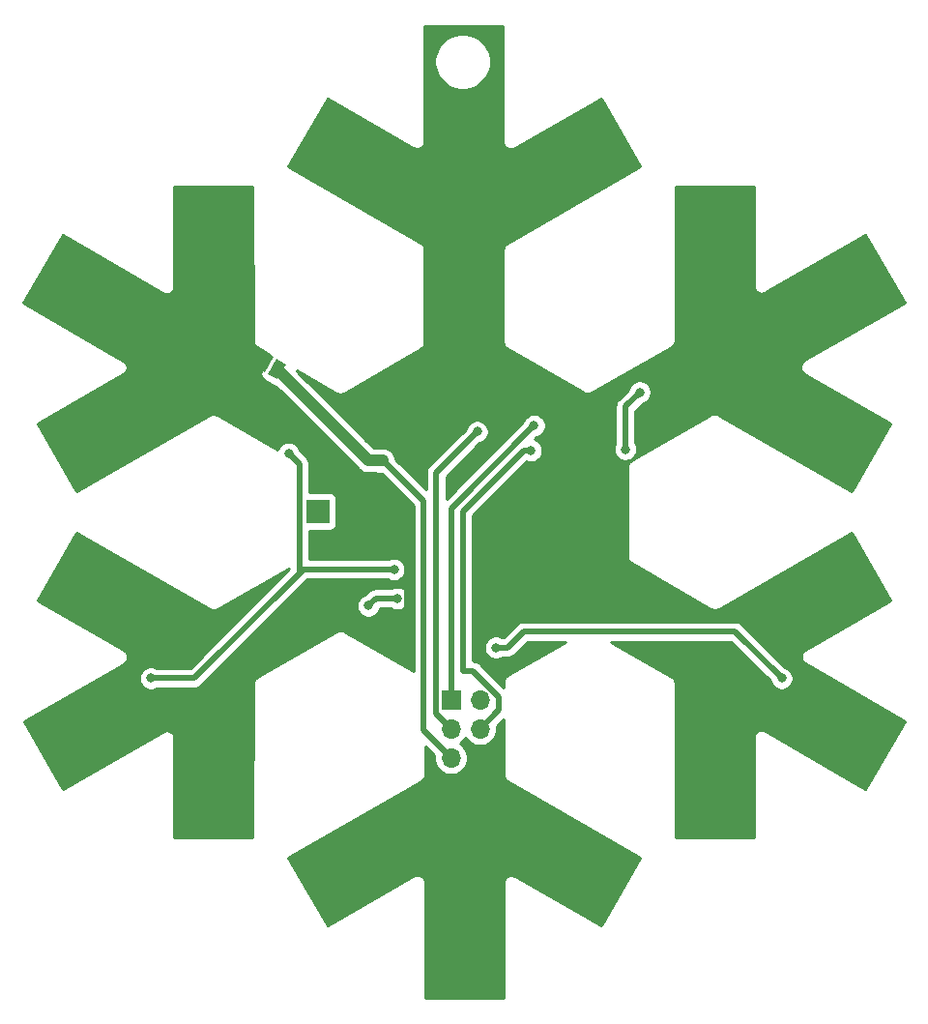
<source format=gbr>
%TF.GenerationSoftware,KiCad,Pcbnew,5.1.6-c6e7f7d~87~ubuntu19.10.1*%
%TF.CreationDate,2021-11-13T16:17:34-08:00*%
%TF.ProjectId,snowflake2021,736e6f77-666c-4616-9b65-323032312e6b,rev?*%
%TF.SameCoordinates,Original*%
%TF.FileFunction,Copper,L2,Bot*%
%TF.FilePolarity,Positive*%
%FSLAX46Y46*%
G04 Gerber Fmt 4.6, Leading zero omitted, Abs format (unit mm)*
G04 Created by KiCad (PCBNEW 5.1.6-c6e7f7d~87~ubuntu19.10.1) date 2021-11-13 16:17:34*
%MOMM*%
%LPD*%
G01*
G04 APERTURE LIST*
%TA.AperFunction,ComponentPad*%
%ADD10C,2.100000*%
%TD*%
%TA.AperFunction,ComponentPad*%
%ADD11R,2.100000X2.100000*%
%TD*%
%TA.AperFunction,SMDPad,CuDef*%
%ADD12C,0.100000*%
%TD*%
%TA.AperFunction,ComponentPad*%
%ADD13O,1.700000X1.700000*%
%TD*%
%TA.AperFunction,ComponentPad*%
%ADD14R,1.700000X1.700000*%
%TD*%
%TA.AperFunction,ViaPad*%
%ADD15C,0.800000*%
%TD*%
%TA.AperFunction,Conductor*%
%ADD16C,0.500000*%
%TD*%
%TA.AperFunction,Conductor*%
%ADD17C,1.000000*%
%TD*%
%TA.AperFunction,Conductor*%
%ADD18C,0.254000*%
%TD*%
G04 APERTURE END LIST*
D10*
%TO.P,BT1,2*%
%TO.N,GND*%
X152080000Y-69850000D03*
D11*
%TO.P,BT1,1*%
%TO.N,VCC*%
X132080000Y-69850000D03*
%TD*%
%TA.AperFunction,SMDPad,CuDef*%
D12*
%TO.P,Reset,1*%
%TO.N,rst*%
G36*
X129332013Y-57004481D02*
G01*
X128582013Y-58303519D01*
X127715987Y-57803519D01*
X128465987Y-56504481D01*
X129332013Y-57004481D01*
G37*
%TD.AperFunction*%
%TA.AperFunction,SMDPad,CuDef*%
%TO.P,Reset,2*%
%TO.N,GND*%
G36*
X128206179Y-56354481D02*
G01*
X127456179Y-57653519D01*
X126590153Y-57153519D01*
X127340153Y-55854481D01*
X128206179Y-56354481D01*
G37*
%TD.AperFunction*%
%TD*%
D13*
%TO.P,J1,6*%
%TO.N,GND*%
X146304000Y-91440000D03*
%TO.P,J1,5*%
%TO.N,rst*%
X143764000Y-91440000D03*
%TO.P,J1,4*%
%TO.N,mosi*%
X146304000Y-88900000D03*
%TO.P,J1,3*%
%TO.N,sck*%
X143764000Y-88900000D03*
%TO.P,J1,2*%
%TO.N,VCC*%
X146304000Y-86360000D03*
D14*
%TO.P,J1,1*%
%TO.N,miso*%
X143764000Y-86360000D03*
%TD*%
D15*
%TO.N,GND*%
X138430000Y-80645000D03*
X135255000Y-66675000D03*
X141888541Y-63851459D03*
X136525000Y-63500000D03*
X144780000Y-56515000D03*
X160655000Y-63500000D03*
X152400000Y-74930000D03*
X132080000Y-76835000D03*
X154305000Y-63500000D03*
%TO.N,rst*%
X137795000Y-65405000D03*
%TO.N,mosi*%
X150749000Y-64516000D03*
%TO.N,sck*%
X146056999Y-62871999D03*
%TO.N,miso*%
X151030000Y-62330000D03*
%TO.N,row_a*%
X129540000Y-64770000D03*
X138768000Y-74930000D03*
X159033541Y-64418541D03*
X160292627Y-59417373D03*
X117475000Y-84455000D03*
%TO.N,col_b*%
X147703640Y-81777130D03*
X172720000Y-84455000D03*
%TO.N,col_c*%
X139065000Y-77470000D03*
X136525000Y-78105000D03*
X136525000Y-78105000D03*
%TD*%
D16*
%TO.N,GND*%
X139915001Y-79159999D02*
X139915001Y-69430001D01*
X138430000Y-80645000D02*
X139915001Y-79159999D01*
X139915001Y-69430001D02*
X137160000Y-66675000D01*
X137160000Y-66675000D02*
X135255000Y-66675000D01*
X126849128Y-57303038D02*
X127398166Y-56754000D01*
X126849128Y-58269128D02*
X126849128Y-57303038D01*
X135255000Y-66675000D02*
X126849128Y-58269128D01*
X141537082Y-63500000D02*
X141888541Y-63851459D01*
X136525000Y-63500000D02*
X141537082Y-63500000D01*
D17*
%TO.N,rst*%
X128524000Y-57404000D02*
X129540000Y-58420000D01*
X129540000Y-58420000D02*
X136525000Y-65405000D01*
X136525000Y-65405000D02*
X137795000Y-65405000D01*
D16*
X141362840Y-68972840D02*
X137795000Y-65405000D01*
X141362840Y-89038840D02*
X141362840Y-68972840D01*
X143764000Y-91440000D02*
X141362840Y-89038840D01*
%TO.N,mosi*%
X145688002Y-83820000D02*
X147955000Y-86086998D01*
X144780000Y-83820000D02*
X145688002Y-83820000D01*
X144780000Y-69850000D02*
X144780000Y-83820000D01*
X147955000Y-87249000D02*
X146304000Y-88900000D01*
X147955000Y-86086998D02*
X147955000Y-87249000D01*
X150114000Y-64516000D02*
X144780000Y-69850000D01*
X150749000Y-64516000D02*
X150114000Y-64516000D01*
%TO.N,sck*%
X142463999Y-66464999D02*
X146056999Y-62871999D01*
X142463999Y-87599999D02*
X142463999Y-66464999D01*
X143764000Y-88900000D02*
X142463999Y-87599999D01*
%TO.N,miso*%
X143764000Y-69596000D02*
X143764000Y-86360000D01*
X151030000Y-62330000D02*
X143764000Y-69596000D01*
%TO.N,row_a*%
X129540000Y-64770000D02*
X130489092Y-65719092D01*
X130810000Y-74930000D02*
X130489092Y-75250908D01*
X138768000Y-74930000D02*
X130810000Y-74930000D01*
X130489092Y-65719092D02*
X130489092Y-75250908D01*
X159033541Y-60676459D02*
X160292627Y-59417373D01*
X159033541Y-64418541D02*
X159033541Y-60676459D01*
X130489092Y-75250908D02*
X121285000Y-84455000D01*
X121285000Y-84455000D02*
X117475000Y-84455000D01*
%TO.N,col_b*%
X147703640Y-81777130D02*
X148727870Y-81777130D01*
X150136961Y-80368039D02*
X168633039Y-80368039D01*
X148727870Y-81777130D02*
X150136961Y-80368039D01*
X168633039Y-80368039D02*
X172720000Y-84455000D01*
%TO.N,col_c*%
X137160000Y-77470000D02*
X136525000Y-78105000D01*
X139065000Y-77470000D02*
X137160000Y-77470000D01*
%TD*%
D18*
%TO.N,GND*%
G36*
X148368650Y-92878780D02*
G01*
X148366780Y-92933492D01*
X148374001Y-92977624D01*
X148378385Y-93022137D01*
X148384679Y-93042885D01*
X148388180Y-93064283D01*
X148403873Y-93106159D01*
X148416856Y-93148959D01*
X148427079Y-93168085D01*
X148434686Y-93188384D01*
X148458246Y-93226393D01*
X148479330Y-93265839D01*
X148493084Y-93282599D01*
X148504508Y-93301029D01*
X148535035Y-93333716D01*
X148563405Y-93368286D01*
X148580165Y-93382040D01*
X148594964Y-93397887D01*
X148631278Y-93423988D01*
X148665852Y-93452362D01*
X148714166Y-93478186D01*
X160325949Y-100204524D01*
X156890812Y-106134803D01*
X149425773Y-101818959D01*
X149417038Y-101811790D01*
X149368477Y-101785834D01*
X149349576Y-101774906D01*
X149339358Y-101770269D01*
X149300158Y-101749316D01*
X149279133Y-101742938D01*
X149259133Y-101733862D01*
X149215867Y-101723747D01*
X149173336Y-101710845D01*
X149151473Y-101708692D01*
X149130084Y-101703691D01*
X149085673Y-101702211D01*
X149041445Y-101697855D01*
X149019580Y-101700008D01*
X148997630Y-101699277D01*
X148953786Y-101706489D01*
X148909555Y-101710845D01*
X148888534Y-101717222D01*
X148866858Y-101720787D01*
X148825261Y-101736415D01*
X148782733Y-101749316D01*
X148763355Y-101759674D01*
X148742796Y-101767398D01*
X148705050Y-101790839D01*
X148665853Y-101811790D01*
X148648872Y-101825726D01*
X148630210Y-101837315D01*
X148597760Y-101867672D01*
X148563406Y-101895865D01*
X148549468Y-101912848D01*
X148533429Y-101927853D01*
X148507523Y-101963959D01*
X148479331Y-101998312D01*
X148468976Y-102017684D01*
X148456170Y-102035533D01*
X148437805Y-102076002D01*
X148416857Y-102115192D01*
X148410481Y-102136211D01*
X148401402Y-102156217D01*
X148391283Y-102199497D01*
X148378386Y-102242014D01*
X148376233Y-102263869D01*
X148371231Y-102285266D01*
X148369750Y-102329693D01*
X148368651Y-102340856D01*
X148368651Y-102362686D01*
X148366817Y-102417720D01*
X148368651Y-102428870D01*
X148368650Y-112474613D01*
X141512157Y-112474613D01*
X141512157Y-102395652D01*
X141514007Y-102384376D01*
X141512157Y-102329533D01*
X141512157Y-102307783D01*
X141511041Y-102296454D01*
X141509539Y-102251922D01*
X141504563Y-102230676D01*
X141502422Y-102208941D01*
X141489476Y-102166264D01*
X141479316Y-102122886D01*
X141470292Y-102103022D01*
X141463951Y-102082119D01*
X141442928Y-102042787D01*
X141424500Y-102002224D01*
X141411772Y-101984499D01*
X141401477Y-101965239D01*
X141373192Y-101930773D01*
X141347198Y-101894575D01*
X141331253Y-101879671D01*
X141317401Y-101862792D01*
X141282940Y-101834511D01*
X141250380Y-101804076D01*
X141231830Y-101792566D01*
X141214954Y-101778717D01*
X141175640Y-101757703D01*
X141137766Y-101734204D01*
X141117330Y-101726536D01*
X141098074Y-101716243D01*
X141055413Y-101703302D01*
X141013685Y-101687644D01*
X140992146Y-101684110D01*
X140971252Y-101677772D01*
X140926875Y-101673401D01*
X140882904Y-101666187D01*
X140861096Y-101666923D01*
X140839362Y-101664782D01*
X140794985Y-101669153D01*
X140750450Y-101670655D01*
X140729201Y-101675632D01*
X140707471Y-101677772D01*
X140664810Y-101690713D01*
X140621414Y-101700877D01*
X140601540Y-101709906D01*
X140580649Y-101716243D01*
X140541330Y-101737260D01*
X140530988Y-101741958D01*
X140512207Y-101752826D01*
X140463769Y-101778717D01*
X140454929Y-101785972D01*
X132940250Y-106134569D01*
X129505158Y-100204370D01*
X141166743Y-93445059D01*
X141214955Y-93419289D01*
X141249596Y-93390860D01*
X141285977Y-93364696D01*
X141300708Y-93348915D01*
X141317402Y-93335214D01*
X141345834Y-93300569D01*
X141376408Y-93267814D01*
X141387779Y-93249459D01*
X141401477Y-93232767D01*
X141422604Y-93193241D01*
X141446200Y-93155151D01*
X141453770Y-93134935D01*
X141463951Y-93115887D01*
X141476961Y-93072998D01*
X141492673Y-93031037D01*
X141496154Y-93009729D01*
X141502422Y-92989065D01*
X141506815Y-92944459D01*
X141514038Y-92900242D01*
X141512157Y-92845618D01*
X141512157Y-90439735D01*
X142293461Y-91221040D01*
X142279000Y-91293740D01*
X142279000Y-91586260D01*
X142336068Y-91873158D01*
X142448010Y-92143411D01*
X142610525Y-92386632D01*
X142817368Y-92593475D01*
X143060589Y-92755990D01*
X143330842Y-92867932D01*
X143617740Y-92925000D01*
X143910260Y-92925000D01*
X144197158Y-92867932D01*
X144467411Y-92755990D01*
X144710632Y-92593475D01*
X144917475Y-92386632D01*
X145079990Y-92143411D01*
X145191932Y-91873158D01*
X145249000Y-91586260D01*
X145249000Y-91293740D01*
X145191932Y-91006842D01*
X145079990Y-90736589D01*
X144917475Y-90493368D01*
X144710632Y-90286525D01*
X144536240Y-90170000D01*
X144710632Y-90053475D01*
X144917475Y-89846632D01*
X145034000Y-89672240D01*
X145150525Y-89846632D01*
X145357368Y-90053475D01*
X145600589Y-90215990D01*
X145870842Y-90327932D01*
X146157740Y-90385000D01*
X146450260Y-90385000D01*
X146737158Y-90327932D01*
X147007411Y-90215990D01*
X147250632Y-90053475D01*
X147457475Y-89846632D01*
X147619990Y-89603411D01*
X147731932Y-89333158D01*
X147789000Y-89046260D01*
X147789000Y-88753740D01*
X147774539Y-88681040D01*
X148368651Y-88086928D01*
X148368650Y-92878780D01*
G37*
X148368650Y-92878780D02*
X148366780Y-92933492D01*
X148374001Y-92977624D01*
X148378385Y-93022137D01*
X148384679Y-93042885D01*
X148388180Y-93064283D01*
X148403873Y-93106159D01*
X148416856Y-93148959D01*
X148427079Y-93168085D01*
X148434686Y-93188384D01*
X148458246Y-93226393D01*
X148479330Y-93265839D01*
X148493084Y-93282599D01*
X148504508Y-93301029D01*
X148535035Y-93333716D01*
X148563405Y-93368286D01*
X148580165Y-93382040D01*
X148594964Y-93397887D01*
X148631278Y-93423988D01*
X148665852Y-93452362D01*
X148714166Y-93478186D01*
X160325949Y-100204524D01*
X156890812Y-106134803D01*
X149425773Y-101818959D01*
X149417038Y-101811790D01*
X149368477Y-101785834D01*
X149349576Y-101774906D01*
X149339358Y-101770269D01*
X149300158Y-101749316D01*
X149279133Y-101742938D01*
X149259133Y-101733862D01*
X149215867Y-101723747D01*
X149173336Y-101710845D01*
X149151473Y-101708692D01*
X149130084Y-101703691D01*
X149085673Y-101702211D01*
X149041445Y-101697855D01*
X149019580Y-101700008D01*
X148997630Y-101699277D01*
X148953786Y-101706489D01*
X148909555Y-101710845D01*
X148888534Y-101717222D01*
X148866858Y-101720787D01*
X148825261Y-101736415D01*
X148782733Y-101749316D01*
X148763355Y-101759674D01*
X148742796Y-101767398D01*
X148705050Y-101790839D01*
X148665853Y-101811790D01*
X148648872Y-101825726D01*
X148630210Y-101837315D01*
X148597760Y-101867672D01*
X148563406Y-101895865D01*
X148549468Y-101912848D01*
X148533429Y-101927853D01*
X148507523Y-101963959D01*
X148479331Y-101998312D01*
X148468976Y-102017684D01*
X148456170Y-102035533D01*
X148437805Y-102076002D01*
X148416857Y-102115192D01*
X148410481Y-102136211D01*
X148401402Y-102156217D01*
X148391283Y-102199497D01*
X148378386Y-102242014D01*
X148376233Y-102263869D01*
X148371231Y-102285266D01*
X148369750Y-102329693D01*
X148368651Y-102340856D01*
X148368651Y-102362686D01*
X148366817Y-102417720D01*
X148368651Y-102428870D01*
X148368650Y-112474613D01*
X141512157Y-112474613D01*
X141512157Y-102395652D01*
X141514007Y-102384376D01*
X141512157Y-102329533D01*
X141512157Y-102307783D01*
X141511041Y-102296454D01*
X141509539Y-102251922D01*
X141504563Y-102230676D01*
X141502422Y-102208941D01*
X141489476Y-102166264D01*
X141479316Y-102122886D01*
X141470292Y-102103022D01*
X141463951Y-102082119D01*
X141442928Y-102042787D01*
X141424500Y-102002224D01*
X141411772Y-101984499D01*
X141401477Y-101965239D01*
X141373192Y-101930773D01*
X141347198Y-101894575D01*
X141331253Y-101879671D01*
X141317401Y-101862792D01*
X141282940Y-101834511D01*
X141250380Y-101804076D01*
X141231830Y-101792566D01*
X141214954Y-101778717D01*
X141175640Y-101757703D01*
X141137766Y-101734204D01*
X141117330Y-101726536D01*
X141098074Y-101716243D01*
X141055413Y-101703302D01*
X141013685Y-101687644D01*
X140992146Y-101684110D01*
X140971252Y-101677772D01*
X140926875Y-101673401D01*
X140882904Y-101666187D01*
X140861096Y-101666923D01*
X140839362Y-101664782D01*
X140794985Y-101669153D01*
X140750450Y-101670655D01*
X140729201Y-101675632D01*
X140707471Y-101677772D01*
X140664810Y-101690713D01*
X140621414Y-101700877D01*
X140601540Y-101709906D01*
X140580649Y-101716243D01*
X140541330Y-101737260D01*
X140530988Y-101741958D01*
X140512207Y-101752826D01*
X140463769Y-101778717D01*
X140454929Y-101785972D01*
X132940250Y-106134569D01*
X129505158Y-100204370D01*
X141166743Y-93445059D01*
X141214955Y-93419289D01*
X141249596Y-93390860D01*
X141285977Y-93364696D01*
X141300708Y-93348915D01*
X141317402Y-93335214D01*
X141345834Y-93300569D01*
X141376408Y-93267814D01*
X141387779Y-93249459D01*
X141401477Y-93232767D01*
X141422604Y-93193241D01*
X141446200Y-93155151D01*
X141453770Y-93134935D01*
X141463951Y-93115887D01*
X141476961Y-93072998D01*
X141492673Y-93031037D01*
X141496154Y-93009729D01*
X141502422Y-92989065D01*
X141506815Y-92944459D01*
X141514038Y-92900242D01*
X141512157Y-92845618D01*
X141512157Y-90439735D01*
X142293461Y-91221040D01*
X142279000Y-91293740D01*
X142279000Y-91586260D01*
X142336068Y-91873158D01*
X142448010Y-92143411D01*
X142610525Y-92386632D01*
X142817368Y-92593475D01*
X143060589Y-92755990D01*
X143330842Y-92867932D01*
X143617740Y-92925000D01*
X143910260Y-92925000D01*
X144197158Y-92867932D01*
X144467411Y-92755990D01*
X144710632Y-92593475D01*
X144917475Y-92386632D01*
X145079990Y-92143411D01*
X145191932Y-91873158D01*
X145249000Y-91586260D01*
X145249000Y-91293740D01*
X145191932Y-91006842D01*
X145079990Y-90736589D01*
X144917475Y-90493368D01*
X144710632Y-90286525D01*
X144536240Y-90170000D01*
X144710632Y-90053475D01*
X144917475Y-89846632D01*
X145034000Y-89672240D01*
X145150525Y-89846632D01*
X145357368Y-90053475D01*
X145600589Y-90215990D01*
X145870842Y-90327932D01*
X146157740Y-90385000D01*
X146450260Y-90385000D01*
X146737158Y-90327932D01*
X147007411Y-90215990D01*
X147250632Y-90053475D01*
X147457475Y-89846632D01*
X147619990Y-89603411D01*
X147731932Y-89333158D01*
X147789000Y-89046260D01*
X147789000Y-88753740D01*
X147774539Y-88681040D01*
X148368651Y-88086928D01*
X148368650Y-92878780D01*
G36*
X148319040Y-37421751D02*
G01*
X148317189Y-37433032D01*
X148319040Y-37487905D01*
X148319040Y-37509623D01*
X148320154Y-37520936D01*
X148321657Y-37565485D01*
X148326635Y-37586740D01*
X148328775Y-37608465D01*
X148341715Y-37651122D01*
X148351880Y-37694522D01*
X148360909Y-37714397D01*
X148367246Y-37735287D01*
X148388259Y-37774599D01*
X148406696Y-37815183D01*
X148419430Y-37832916D01*
X148429720Y-37852167D01*
X148457999Y-37886626D01*
X148483999Y-37922832D01*
X148499944Y-37937736D01*
X148513795Y-37954614D01*
X148548258Y-37982897D01*
X148580817Y-38013331D01*
X148599364Y-38024839D01*
X148616242Y-38038690D01*
X148655564Y-38059708D01*
X148693431Y-38083203D01*
X148713864Y-38090870D01*
X148733122Y-38101164D01*
X148775789Y-38114107D01*
X148817512Y-38129763D01*
X148839050Y-38133297D01*
X148859944Y-38139635D01*
X148904311Y-38144005D01*
X148948292Y-38151221D01*
X148970108Y-38150485D01*
X148991835Y-38152625D01*
X149036197Y-38148256D01*
X149080745Y-38146753D01*
X149102000Y-38141775D01*
X149123725Y-38139635D01*
X149166382Y-38126695D01*
X149209782Y-38116530D01*
X149229656Y-38107501D01*
X149250547Y-38101164D01*
X149289866Y-38080147D01*
X149300208Y-38075449D01*
X149318989Y-38064581D01*
X149367427Y-38038690D01*
X149376267Y-38031435D01*
X156890948Y-33682840D01*
X160326038Y-39613037D01*
X148664477Y-46372337D01*
X148616243Y-46398119D01*
X148581596Y-46426553D01*
X148545220Y-46452713D01*
X148530490Y-46468494D01*
X148513796Y-46482194D01*
X148485364Y-46516839D01*
X148454789Y-46549595D01*
X148443418Y-46567951D01*
X148429721Y-46584641D01*
X148408596Y-46624163D01*
X148384997Y-46662258D01*
X148377426Y-46682477D01*
X148367247Y-46701521D01*
X148354239Y-46744401D01*
X148338524Y-46786372D01*
X148335043Y-46807685D01*
X148328776Y-46828343D01*
X148324384Y-46872936D01*
X148317159Y-46917167D01*
X148319041Y-46971820D01*
X148319040Y-54988017D01*
X148317232Y-55043223D01*
X148324438Y-55086874D01*
X148328775Y-55130909D01*
X148335208Y-55152117D01*
X148338818Y-55173983D01*
X148354402Y-55215390D01*
X148367246Y-55257731D01*
X148377695Y-55277279D01*
X148385500Y-55298018D01*
X148408862Y-55335589D01*
X148429720Y-55374611D01*
X148443779Y-55391742D01*
X148455482Y-55410563D01*
X148485724Y-55442853D01*
X148513795Y-55477058D01*
X148530930Y-55491121D01*
X148546077Y-55507293D01*
X148582035Y-55533061D01*
X148616242Y-55561134D01*
X148664974Y-55587182D01*
X155391671Y-59470985D01*
X155438478Y-59500111D01*
X155479968Y-59515742D01*
X155520356Y-59534042D01*
X155541842Y-59539052D01*
X155562498Y-59546834D01*
X155606251Y-59554071D01*
X155649422Y-59564138D01*
X155671477Y-59564860D01*
X155693251Y-59568462D01*
X155737571Y-59567025D01*
X155781880Y-59568476D01*
X155803651Y-59564882D01*
X155825709Y-59564167D01*
X155868892Y-59554113D01*
X155912640Y-59546891D01*
X155933293Y-59539118D01*
X155954785Y-59534114D01*
X155995184Y-59515825D01*
X156036675Y-59500209D01*
X156083483Y-59471102D01*
X163076455Y-55436616D01*
X163124773Y-55410899D01*
X163159390Y-55382592D01*
X163195761Y-55356546D01*
X163210587Y-55340726D01*
X163227368Y-55327004D01*
X163255800Y-55292483D01*
X163286387Y-55259846D01*
X163297843Y-55241437D01*
X163311623Y-55224705D01*
X163332774Y-55185302D01*
X163356406Y-55147324D01*
X163364050Y-55127035D01*
X163374302Y-55107935D01*
X163387358Y-55065166D01*
X163403129Y-55023304D01*
X163406667Y-55001912D01*
X163412996Y-54981181D01*
X163417458Y-54936680D01*
X163424757Y-54892551D01*
X163422982Y-54837818D01*
X163446571Y-41416676D01*
X170303060Y-41430499D01*
X170287810Y-50054715D01*
X170285900Y-50066291D01*
X170287693Y-50120871D01*
X170287655Y-50142288D01*
X170288778Y-50153899D01*
X170290251Y-50198747D01*
X170295142Y-50219714D01*
X170297215Y-50241147D01*
X170310167Y-50284116D01*
X170320360Y-50327810D01*
X170329247Y-50347418D01*
X170335462Y-50368037D01*
X170356550Y-50407657D01*
X170375070Y-50448520D01*
X170387611Y-50466017D01*
X170397729Y-50485027D01*
X170426139Y-50519769D01*
X170452277Y-50556237D01*
X170467992Y-50570952D01*
X170481623Y-50587622D01*
X170516258Y-50616149D01*
X170549015Y-50646822D01*
X170567305Y-50658192D01*
X170583921Y-50671878D01*
X170623455Y-50693100D01*
X170661567Y-50716793D01*
X170681717Y-50724375D01*
X170700690Y-50734559D01*
X170743607Y-50747661D01*
X170785607Y-50763463D01*
X170806854Y-50766968D01*
X170827444Y-50773254D01*
X170872089Y-50777731D01*
X170916369Y-50785036D01*
X170937891Y-50784329D01*
X170959312Y-50786477D01*
X171003972Y-50782158D01*
X171048825Y-50780685D01*
X171069792Y-50775794D01*
X171091225Y-50773721D01*
X171134194Y-50760769D01*
X171177888Y-50750576D01*
X171197496Y-50741689D01*
X171218115Y-50735474D01*
X171257735Y-50714386D01*
X171268351Y-50709575D01*
X171286882Y-50698873D01*
X171335105Y-50673207D01*
X171344191Y-50665777D01*
X180049145Y-45638648D01*
X183477171Y-51575493D01*
X174747954Y-56610987D01*
X174737150Y-56615065D01*
X174690646Y-56644045D01*
X174671936Y-56654838D01*
X174662603Y-56661521D01*
X174624674Y-56685157D01*
X174608837Y-56700018D01*
X174591182Y-56712660D01*
X174560624Y-56745262D01*
X174528033Y-56775846D01*
X174515399Y-56793513D01*
X174500551Y-56809354D01*
X174476942Y-56847289D01*
X174450942Y-56883646D01*
X174441997Y-56903438D01*
X174430525Y-56921872D01*
X174414768Y-56963689D01*
X174396363Y-57004415D01*
X174391453Y-57025566D01*
X174383795Y-57045889D01*
X174376500Y-57089977D01*
X174366393Y-57133511D01*
X174365703Y-57155221D01*
X174362159Y-57176640D01*
X174363604Y-57221301D01*
X174362185Y-57265972D01*
X174365743Y-57287392D01*
X174366445Y-57309099D01*
X174376577Y-57352624D01*
X174383899Y-57396710D01*
X174391569Y-57417030D01*
X174396492Y-57438177D01*
X174414921Y-57478892D01*
X174430703Y-57520700D01*
X174442186Y-57539126D01*
X174451142Y-57558913D01*
X174477161Y-57595251D01*
X174500795Y-57633176D01*
X174515656Y-57649012D01*
X174528298Y-57666668D01*
X174560900Y-57697226D01*
X174591484Y-57729817D01*
X174609150Y-57742450D01*
X174624992Y-57757299D01*
X174662935Y-57780913D01*
X174672272Y-57787590D01*
X174690983Y-57798369D01*
X174737510Y-57827325D01*
X174748318Y-57831398D01*
X182271121Y-62165021D01*
X178856864Y-68108869D01*
X167180296Y-61381467D01*
X167133607Y-61352441D01*
X167091946Y-61336765D01*
X167051390Y-61318434D01*
X167030068Y-61313483D01*
X167009567Y-61305769D01*
X166965635Y-61298521D01*
X166922296Y-61288457D01*
X166900416Y-61287760D01*
X166878806Y-61284195D01*
X166834316Y-61285656D01*
X166789835Y-61284240D01*
X166768234Y-61287826D01*
X166746348Y-61288545D01*
X166703004Y-61298656D01*
X166659095Y-61305946D01*
X166638609Y-61313678D01*
X166617285Y-61318652D01*
X166576743Y-61337026D01*
X166535103Y-61352742D01*
X166488444Y-61381815D01*
X159538673Y-65395224D01*
X159489986Y-65421248D01*
X159455763Y-65449334D01*
X159419775Y-65475128D01*
X159404648Y-65491282D01*
X159387539Y-65505323D01*
X159359455Y-65539544D01*
X159329189Y-65571865D01*
X159317501Y-65590666D01*
X159303464Y-65607770D01*
X159282596Y-65646812D01*
X159259217Y-65684417D01*
X159251423Y-65705131D01*
X159240990Y-65724650D01*
X159228139Y-65767013D01*
X159212546Y-65808456D01*
X159208943Y-65830296D01*
X159202519Y-65851472D01*
X159198179Y-65895534D01*
X159190972Y-65939218D01*
X159192784Y-65994405D01*
X159192783Y-73763681D01*
X159190982Y-73818928D01*
X159198186Y-73862524D01*
X159202518Y-73906507D01*
X159208967Y-73927768D01*
X159212589Y-73949684D01*
X159228160Y-73991037D01*
X159240989Y-74033329D01*
X159251462Y-74052923D01*
X159259290Y-74073712D01*
X159282632Y-74111238D01*
X159303463Y-74150209D01*
X159317555Y-74167380D01*
X159329290Y-74186246D01*
X159359502Y-74218493D01*
X159387538Y-74252656D01*
X159404715Y-74266752D01*
X159419900Y-74282961D01*
X159455816Y-74308690D01*
X159489985Y-74336732D01*
X159538773Y-74362810D01*
X166538040Y-78402515D01*
X166584546Y-78431510D01*
X166626345Y-78447298D01*
X166667052Y-78465736D01*
X166688208Y-78470666D01*
X166708525Y-78478340D01*
X166752593Y-78485669D01*
X166796122Y-78495812D01*
X166817840Y-78496520D01*
X166839259Y-78500082D01*
X166883913Y-78498673D01*
X166928581Y-78500129D01*
X166950011Y-78496588D01*
X166971721Y-78495903D01*
X167015245Y-78485809D01*
X167059337Y-78478523D01*
X167079669Y-78470867D01*
X167100823Y-78465961D01*
X167141541Y-78447569D01*
X167183365Y-78431821D01*
X167229905Y-78402872D01*
X178856772Y-71708377D01*
X182270982Y-77652143D01*
X174798200Y-81952805D01*
X174787413Y-81956864D01*
X174740854Y-81985809D01*
X174722117Y-81996592D01*
X174712798Y-82003251D01*
X174674861Y-82026835D01*
X174658992Y-82041695D01*
X174641305Y-82054332D01*
X174610726Y-82086890D01*
X174578123Y-82117420D01*
X174565459Y-82135088D01*
X174550576Y-82150935D01*
X174526934Y-82188838D01*
X174500916Y-82225137D01*
X174491943Y-82244933D01*
X174480436Y-82263382D01*
X174464643Y-82305169D01*
X174446206Y-82345846D01*
X174441268Y-82367014D01*
X174433581Y-82387352D01*
X174426244Y-82431413D01*
X174416097Y-82474910D01*
X174415383Y-82496640D01*
X174411813Y-82518081D01*
X174413213Y-82562720D01*
X174411746Y-82607366D01*
X174415285Y-82628816D01*
X174415966Y-82650544D01*
X174426047Y-82694052D01*
X174433319Y-82738128D01*
X174440976Y-82758478D01*
X174445882Y-82779652D01*
X174464259Y-82820360D01*
X174479989Y-82862168D01*
X174491466Y-82880630D01*
X174500411Y-82900444D01*
X174526377Y-82936785D01*
X174549960Y-82974720D01*
X174564820Y-82990589D01*
X174577457Y-83008276D01*
X174610015Y-83038855D01*
X174640545Y-83071458D01*
X174658214Y-83084123D01*
X174674060Y-83099005D01*
X174711956Y-83122643D01*
X174721270Y-83129319D01*
X174739997Y-83140134D01*
X174786507Y-83169145D01*
X174797289Y-83173220D01*
X183502139Y-88200292D01*
X180074009Y-94137315D01*
X171344239Y-89093791D01*
X171335111Y-89086327D01*
X171286954Y-89060695D01*
X171268457Y-89050009D01*
X171257780Y-89045167D01*
X171218121Y-89024059D01*
X171197565Y-89017863D01*
X171178002Y-89008992D01*
X171134241Y-88998775D01*
X171091232Y-88985811D01*
X171069858Y-88983744D01*
X171048944Y-88978861D01*
X171004034Y-88977378D01*
X170959319Y-88973053D01*
X170937954Y-88975195D01*
X170916488Y-88974486D01*
X170872156Y-88981792D01*
X170827451Y-88986274D01*
X170806911Y-88992544D01*
X170785723Y-88996036D01*
X170743674Y-89011849D01*
X170700697Y-89024968D01*
X170681771Y-89035127D01*
X170661675Y-89042684D01*
X170623520Y-89066394D01*
X170583927Y-89087647D01*
X170567350Y-89101300D01*
X170549110Y-89112635D01*
X170516315Y-89143333D01*
X170481628Y-89171902D01*
X170468029Y-89188532D01*
X170452356Y-89203203D01*
X170426178Y-89239712D01*
X170397733Y-89274497D01*
X170387644Y-89293452D01*
X170375129Y-89310906D01*
X170356570Y-89351834D01*
X170335465Y-89391487D01*
X170329269Y-89412043D01*
X170320398Y-89431606D01*
X170310181Y-89475367D01*
X170297217Y-89518376D01*
X170295150Y-89539751D01*
X170290267Y-89560664D01*
X170288784Y-89605562D01*
X170287655Y-89617235D01*
X170287693Y-89638607D01*
X170285892Y-89693120D01*
X170287809Y-89704751D01*
X170303068Y-98386908D01*
X163446575Y-98400732D01*
X163422983Y-84921892D01*
X163424784Y-84867398D01*
X163417480Y-84823074D01*
X163412997Y-84778355D01*
X163406728Y-84757817D01*
X163403237Y-84736633D01*
X163387424Y-84694579D01*
X163374304Y-84651601D01*
X163364147Y-84632679D01*
X163356591Y-84612584D01*
X163332875Y-84574419D01*
X163311625Y-84534830D01*
X163297977Y-84518258D01*
X163286642Y-84500018D01*
X163255937Y-84467214D01*
X163227371Y-84432530D01*
X163210748Y-84418937D01*
X163196076Y-84403262D01*
X163159554Y-84377073D01*
X163124777Y-84348635D01*
X163076652Y-84323020D01*
X157763086Y-81253039D01*
X168266461Y-81253039D01*
X171713465Y-84700044D01*
X171724774Y-84756898D01*
X171802795Y-84945256D01*
X171916063Y-85114774D01*
X172060226Y-85258937D01*
X172229744Y-85372205D01*
X172418102Y-85450226D01*
X172618061Y-85490000D01*
X172821939Y-85490000D01*
X173021898Y-85450226D01*
X173210256Y-85372205D01*
X173379774Y-85258937D01*
X173523937Y-85114774D01*
X173637205Y-84945256D01*
X173715226Y-84756898D01*
X173755000Y-84556939D01*
X173755000Y-84353061D01*
X173715226Y-84153102D01*
X173637205Y-83964744D01*
X173523937Y-83795226D01*
X173379774Y-83651063D01*
X173210256Y-83537795D01*
X173021898Y-83459774D01*
X172965044Y-83448465D01*
X169289573Y-79772995D01*
X169261856Y-79739222D01*
X169127098Y-79628628D01*
X168973352Y-79546450D01*
X168806529Y-79495844D01*
X168676516Y-79483039D01*
X168676508Y-79483039D01*
X168633039Y-79478758D01*
X168589570Y-79483039D01*
X150180430Y-79483039D01*
X150136961Y-79478758D01*
X150093492Y-79483039D01*
X150093484Y-79483039D01*
X149963471Y-79495844D01*
X149796647Y-79546450D01*
X149642902Y-79628628D01*
X149541914Y-79711507D01*
X149541912Y-79711509D01*
X149508144Y-79739222D01*
X149480431Y-79772990D01*
X148361292Y-80892130D01*
X148242094Y-80892130D01*
X148193896Y-80859925D01*
X148005538Y-80781904D01*
X147805579Y-80742130D01*
X147601701Y-80742130D01*
X147401742Y-80781904D01*
X147213384Y-80859925D01*
X147043866Y-80973193D01*
X146899703Y-81117356D01*
X146786435Y-81286874D01*
X146708414Y-81475232D01*
X146668640Y-81675191D01*
X146668640Y-81879069D01*
X146708414Y-82079028D01*
X146786435Y-82267386D01*
X146899703Y-82436904D01*
X147043866Y-82581067D01*
X147213384Y-82694335D01*
X147401742Y-82772356D01*
X147601701Y-82812130D01*
X147805579Y-82812130D01*
X148005538Y-82772356D01*
X148193896Y-82694335D01*
X148242094Y-82662130D01*
X148684401Y-82662130D01*
X148727870Y-82666411D01*
X148771339Y-82662130D01*
X148771347Y-82662130D01*
X148901360Y-82649325D01*
X149068183Y-82598719D01*
X149221929Y-82516541D01*
X149356687Y-82405947D01*
X149384404Y-82372174D01*
X150503540Y-81253039D01*
X153820545Y-81253039D01*
X148714588Y-84200769D01*
X148665853Y-84226818D01*
X148631664Y-84254876D01*
X148595709Y-84280639D01*
X148580550Y-84296824D01*
X148563406Y-84310893D01*
X148535344Y-84345087D01*
X148505111Y-84377365D01*
X148493400Y-84396196D01*
X148479331Y-84413340D01*
X148458479Y-84452352D01*
X148435124Y-84489907D01*
X148427313Y-84510659D01*
X148416857Y-84530220D01*
X148404018Y-84572543D01*
X148388436Y-84613940D01*
X148384822Y-84635825D01*
X148378386Y-84657042D01*
X148374052Y-84701049D01*
X148366844Y-84744698D01*
X148368651Y-84799937D01*
X148368651Y-85249070D01*
X146344536Y-83224956D01*
X146316819Y-83191183D01*
X146182061Y-83080589D01*
X146028315Y-82998411D01*
X145861492Y-82947805D01*
X145731479Y-82935000D01*
X145731471Y-82935000D01*
X145688002Y-82930719D01*
X145665000Y-82932984D01*
X145665000Y-70216578D01*
X150392832Y-65488747D01*
X150447102Y-65511226D01*
X150647061Y-65551000D01*
X150850939Y-65551000D01*
X151050898Y-65511226D01*
X151239256Y-65433205D01*
X151408774Y-65319937D01*
X151552937Y-65175774D01*
X151666205Y-65006256D01*
X151744226Y-64817898D01*
X151784000Y-64617939D01*
X151784000Y-64414061D01*
X151764615Y-64316602D01*
X157998541Y-64316602D01*
X157998541Y-64520480D01*
X158038315Y-64720439D01*
X158116336Y-64908797D01*
X158229604Y-65078315D01*
X158373767Y-65222478D01*
X158543285Y-65335746D01*
X158731643Y-65413767D01*
X158931602Y-65453541D01*
X159135480Y-65453541D01*
X159335439Y-65413767D01*
X159523797Y-65335746D01*
X159693315Y-65222478D01*
X159837478Y-65078315D01*
X159950746Y-64908797D01*
X160028767Y-64720439D01*
X160068541Y-64520480D01*
X160068541Y-64316602D01*
X160028767Y-64116643D01*
X159950746Y-63928285D01*
X159918541Y-63880087D01*
X159918541Y-61043037D01*
X160537671Y-60423908D01*
X160594525Y-60412599D01*
X160782883Y-60334578D01*
X160952401Y-60221310D01*
X161096564Y-60077147D01*
X161209832Y-59907629D01*
X161287853Y-59719271D01*
X161327627Y-59519312D01*
X161327627Y-59315434D01*
X161287853Y-59115475D01*
X161209832Y-58927117D01*
X161096564Y-58757599D01*
X160952401Y-58613436D01*
X160782883Y-58500168D01*
X160594525Y-58422147D01*
X160394566Y-58382373D01*
X160190688Y-58382373D01*
X159990729Y-58422147D01*
X159802371Y-58500168D01*
X159632853Y-58613436D01*
X159488690Y-58757599D01*
X159375422Y-58927117D01*
X159297401Y-59115475D01*
X159286092Y-59172329D01*
X158438492Y-60019930D01*
X158404725Y-60047642D01*
X158377012Y-60081410D01*
X158377009Y-60081413D01*
X158294131Y-60182400D01*
X158211953Y-60336146D01*
X158161346Y-60502969D01*
X158144260Y-60676459D01*
X158148542Y-60719938D01*
X158148541Y-63880086D01*
X158116336Y-63928285D01*
X158038315Y-64116643D01*
X157998541Y-64316602D01*
X151764615Y-64316602D01*
X151744226Y-64214102D01*
X151666205Y-64025744D01*
X151552937Y-63856226D01*
X151408774Y-63712063D01*
X151239256Y-63598795D01*
X151079116Y-63532463D01*
X151275044Y-63336535D01*
X151331898Y-63325226D01*
X151520256Y-63247205D01*
X151689774Y-63133937D01*
X151833937Y-62989774D01*
X151947205Y-62820256D01*
X152025226Y-62631898D01*
X152065000Y-62431939D01*
X152065000Y-62228061D01*
X152025226Y-62028102D01*
X151947205Y-61839744D01*
X151833937Y-61670226D01*
X151689774Y-61526063D01*
X151520256Y-61412795D01*
X151331898Y-61334774D01*
X151131939Y-61295000D01*
X150928061Y-61295000D01*
X150728102Y-61334774D01*
X150539744Y-61412795D01*
X150370226Y-61526063D01*
X150226063Y-61670226D01*
X150112795Y-61839744D01*
X150034774Y-62028102D01*
X150023465Y-62084956D01*
X143348999Y-68759423D01*
X143348999Y-66831577D01*
X146302043Y-63878534D01*
X146358897Y-63867225D01*
X146547255Y-63789204D01*
X146716773Y-63675936D01*
X146860936Y-63531773D01*
X146974204Y-63362255D01*
X147052225Y-63173897D01*
X147091999Y-62973938D01*
X147091999Y-62770060D01*
X147052225Y-62570101D01*
X146974204Y-62381743D01*
X146860936Y-62212225D01*
X146716773Y-62068062D01*
X146547255Y-61954794D01*
X146358897Y-61876773D01*
X146158938Y-61836999D01*
X145955060Y-61836999D01*
X145755101Y-61876773D01*
X145566743Y-61954794D01*
X145397225Y-62068062D01*
X145253062Y-62212225D01*
X145139794Y-62381743D01*
X145061773Y-62570101D01*
X145050464Y-62626955D01*
X141868950Y-65808470D01*
X141835183Y-65836182D01*
X141807470Y-65869950D01*
X141807467Y-65869953D01*
X141724589Y-65970940D01*
X141642411Y-66124686D01*
X141591804Y-66291509D01*
X141574718Y-66464999D01*
X141579000Y-66508478D01*
X141579000Y-67937421D01*
X138923355Y-65281777D01*
X138913577Y-65182501D01*
X138848676Y-64968553D01*
X138743284Y-64771377D01*
X138601449Y-64598551D01*
X138428623Y-64456716D01*
X138231447Y-64351324D01*
X138017499Y-64286423D01*
X137850752Y-64270000D01*
X136995133Y-64270000D01*
X130381992Y-57656861D01*
X130381988Y-57656856D01*
X130224454Y-57499322D01*
X133692225Y-59503021D01*
X133739214Y-59532241D01*
X133780502Y-59547781D01*
X133820698Y-59566010D01*
X133842401Y-59571078D01*
X133863249Y-59578925D01*
X133906777Y-59586112D01*
X133949754Y-59596148D01*
X133972026Y-59596885D01*
X133994008Y-59600514D01*
X134038109Y-59599070D01*
X134082211Y-59600529D01*
X134104197Y-59596907D01*
X134126465Y-59596178D01*
X134169433Y-59586160D01*
X134212977Y-59578986D01*
X134233833Y-59571144D01*
X134255532Y-59566085D01*
X134295729Y-59547872D01*
X134337028Y-59532344D01*
X134384051Y-59503126D01*
X141116627Y-55616114D01*
X141165345Y-55590074D01*
X141199540Y-55562011D01*
X141235500Y-55536243D01*
X141250653Y-55520064D01*
X141267792Y-55505999D01*
X141295856Y-55471803D01*
X141326097Y-55439515D01*
X141337805Y-55420687D01*
X141351867Y-55403552D01*
X141372721Y-55364537D01*
X141396081Y-55326971D01*
X141403889Y-55306226D01*
X141414341Y-55286672D01*
X141427182Y-55244342D01*
X141442766Y-55202937D01*
X141446378Y-55181061D01*
X141452812Y-55159850D01*
X141457148Y-55115824D01*
X141464354Y-55072178D01*
X141462547Y-55016964D01*
X141462547Y-46938627D01*
X141464417Y-46883915D01*
X141457196Y-46839783D01*
X141452812Y-46795270D01*
X141446518Y-46774522D01*
X141443017Y-46753124D01*
X141427324Y-46711248D01*
X141414341Y-46668448D01*
X141404118Y-46649322D01*
X141396511Y-46629023D01*
X141372951Y-46591014D01*
X141351867Y-46551568D01*
X141338113Y-46534809D01*
X141326689Y-46516378D01*
X141296159Y-46483688D01*
X141267791Y-46449121D01*
X141251033Y-46435368D01*
X141236232Y-46419520D01*
X141199911Y-46393414D01*
X141165344Y-46365046D01*
X141117053Y-46339234D01*
X129505247Y-39612882D01*
X132940386Y-33682605D01*
X140405429Y-37998452D01*
X140414160Y-38005617D01*
X140462694Y-38031559D01*
X140481620Y-38042501D01*
X140491851Y-38047144D01*
X140531040Y-38068091D01*
X140552059Y-38074467D01*
X140572063Y-38083545D01*
X140615338Y-38093662D01*
X140657862Y-38106562D01*
X140679721Y-38108715D01*
X140701112Y-38113716D01*
X140745525Y-38115196D01*
X140789752Y-38119552D01*
X140811617Y-38117399D01*
X140833567Y-38118130D01*
X140877410Y-38110919D01*
X140921643Y-38106562D01*
X140942665Y-38100185D01*
X140964339Y-38096620D01*
X141005932Y-38080993D01*
X141048465Y-38068091D01*
X141067845Y-38057732D01*
X141088401Y-38050009D01*
X141126141Y-38026572D01*
X141165345Y-38005617D01*
X141182329Y-37991679D01*
X141200987Y-37980092D01*
X141233433Y-37949740D01*
X141267792Y-37921542D01*
X141281730Y-37904558D01*
X141297769Y-37889554D01*
X141323675Y-37853448D01*
X141351867Y-37819095D01*
X141362222Y-37799723D01*
X141375028Y-37781874D01*
X141393391Y-37741409D01*
X141414341Y-37702215D01*
X141420719Y-37681190D01*
X141429795Y-37661190D01*
X141439910Y-37617924D01*
X141452812Y-37575393D01*
X141454965Y-37553530D01*
X141459966Y-37532141D01*
X141461446Y-37487730D01*
X141462547Y-37476551D01*
X141462547Y-37454691D01*
X141464380Y-37399686D01*
X141462547Y-37388542D01*
X141462547Y-30237305D01*
X142315872Y-30237305D01*
X142315872Y-30722695D01*
X142410567Y-31198760D01*
X142596318Y-31647202D01*
X142865987Y-32050790D01*
X143209210Y-32394013D01*
X143612798Y-32663682D01*
X144061240Y-32849433D01*
X144537305Y-32944128D01*
X145022695Y-32944128D01*
X145498760Y-32849433D01*
X145947202Y-32663682D01*
X146350790Y-32394013D01*
X146694013Y-32050790D01*
X146963682Y-31647202D01*
X147149433Y-31198760D01*
X147244128Y-30722695D01*
X147244128Y-30237305D01*
X147149433Y-29761240D01*
X146963682Y-29312798D01*
X146694013Y-28909210D01*
X146350790Y-28565987D01*
X145947202Y-28296318D01*
X145498760Y-28110567D01*
X145022695Y-28015872D01*
X144537305Y-28015872D01*
X144061240Y-28110567D01*
X143612798Y-28296318D01*
X143209210Y-28565987D01*
X142865987Y-28909210D01*
X142596318Y-29312798D01*
X142410567Y-29761240D01*
X142315872Y-30237305D01*
X141462547Y-30237305D01*
X141462547Y-27342795D01*
X148319041Y-27342795D01*
X148319040Y-37421751D01*
G37*
X148319040Y-37421751D02*
X148317189Y-37433032D01*
X148319040Y-37487905D01*
X148319040Y-37509623D01*
X148320154Y-37520936D01*
X148321657Y-37565485D01*
X148326635Y-37586740D01*
X148328775Y-37608465D01*
X148341715Y-37651122D01*
X148351880Y-37694522D01*
X148360909Y-37714397D01*
X148367246Y-37735287D01*
X148388259Y-37774599D01*
X148406696Y-37815183D01*
X148419430Y-37832916D01*
X148429720Y-37852167D01*
X148457999Y-37886626D01*
X148483999Y-37922832D01*
X148499944Y-37937736D01*
X148513795Y-37954614D01*
X148548258Y-37982897D01*
X148580817Y-38013331D01*
X148599364Y-38024839D01*
X148616242Y-38038690D01*
X148655564Y-38059708D01*
X148693431Y-38083203D01*
X148713864Y-38090870D01*
X148733122Y-38101164D01*
X148775789Y-38114107D01*
X148817512Y-38129763D01*
X148839050Y-38133297D01*
X148859944Y-38139635D01*
X148904311Y-38144005D01*
X148948292Y-38151221D01*
X148970108Y-38150485D01*
X148991835Y-38152625D01*
X149036197Y-38148256D01*
X149080745Y-38146753D01*
X149102000Y-38141775D01*
X149123725Y-38139635D01*
X149166382Y-38126695D01*
X149209782Y-38116530D01*
X149229656Y-38107501D01*
X149250547Y-38101164D01*
X149289866Y-38080147D01*
X149300208Y-38075449D01*
X149318989Y-38064581D01*
X149367427Y-38038690D01*
X149376267Y-38031435D01*
X156890948Y-33682840D01*
X160326038Y-39613037D01*
X148664477Y-46372337D01*
X148616243Y-46398119D01*
X148581596Y-46426553D01*
X148545220Y-46452713D01*
X148530490Y-46468494D01*
X148513796Y-46482194D01*
X148485364Y-46516839D01*
X148454789Y-46549595D01*
X148443418Y-46567951D01*
X148429721Y-46584641D01*
X148408596Y-46624163D01*
X148384997Y-46662258D01*
X148377426Y-46682477D01*
X148367247Y-46701521D01*
X148354239Y-46744401D01*
X148338524Y-46786372D01*
X148335043Y-46807685D01*
X148328776Y-46828343D01*
X148324384Y-46872936D01*
X148317159Y-46917167D01*
X148319041Y-46971820D01*
X148319040Y-54988017D01*
X148317232Y-55043223D01*
X148324438Y-55086874D01*
X148328775Y-55130909D01*
X148335208Y-55152117D01*
X148338818Y-55173983D01*
X148354402Y-55215390D01*
X148367246Y-55257731D01*
X148377695Y-55277279D01*
X148385500Y-55298018D01*
X148408862Y-55335589D01*
X148429720Y-55374611D01*
X148443779Y-55391742D01*
X148455482Y-55410563D01*
X148485724Y-55442853D01*
X148513795Y-55477058D01*
X148530930Y-55491121D01*
X148546077Y-55507293D01*
X148582035Y-55533061D01*
X148616242Y-55561134D01*
X148664974Y-55587182D01*
X155391671Y-59470985D01*
X155438478Y-59500111D01*
X155479968Y-59515742D01*
X155520356Y-59534042D01*
X155541842Y-59539052D01*
X155562498Y-59546834D01*
X155606251Y-59554071D01*
X155649422Y-59564138D01*
X155671477Y-59564860D01*
X155693251Y-59568462D01*
X155737571Y-59567025D01*
X155781880Y-59568476D01*
X155803651Y-59564882D01*
X155825709Y-59564167D01*
X155868892Y-59554113D01*
X155912640Y-59546891D01*
X155933293Y-59539118D01*
X155954785Y-59534114D01*
X155995184Y-59515825D01*
X156036675Y-59500209D01*
X156083483Y-59471102D01*
X163076455Y-55436616D01*
X163124773Y-55410899D01*
X163159390Y-55382592D01*
X163195761Y-55356546D01*
X163210587Y-55340726D01*
X163227368Y-55327004D01*
X163255800Y-55292483D01*
X163286387Y-55259846D01*
X163297843Y-55241437D01*
X163311623Y-55224705D01*
X163332774Y-55185302D01*
X163356406Y-55147324D01*
X163364050Y-55127035D01*
X163374302Y-55107935D01*
X163387358Y-55065166D01*
X163403129Y-55023304D01*
X163406667Y-55001912D01*
X163412996Y-54981181D01*
X163417458Y-54936680D01*
X163424757Y-54892551D01*
X163422982Y-54837818D01*
X163446571Y-41416676D01*
X170303060Y-41430499D01*
X170287810Y-50054715D01*
X170285900Y-50066291D01*
X170287693Y-50120871D01*
X170287655Y-50142288D01*
X170288778Y-50153899D01*
X170290251Y-50198747D01*
X170295142Y-50219714D01*
X170297215Y-50241147D01*
X170310167Y-50284116D01*
X170320360Y-50327810D01*
X170329247Y-50347418D01*
X170335462Y-50368037D01*
X170356550Y-50407657D01*
X170375070Y-50448520D01*
X170387611Y-50466017D01*
X170397729Y-50485027D01*
X170426139Y-50519769D01*
X170452277Y-50556237D01*
X170467992Y-50570952D01*
X170481623Y-50587622D01*
X170516258Y-50616149D01*
X170549015Y-50646822D01*
X170567305Y-50658192D01*
X170583921Y-50671878D01*
X170623455Y-50693100D01*
X170661567Y-50716793D01*
X170681717Y-50724375D01*
X170700690Y-50734559D01*
X170743607Y-50747661D01*
X170785607Y-50763463D01*
X170806854Y-50766968D01*
X170827444Y-50773254D01*
X170872089Y-50777731D01*
X170916369Y-50785036D01*
X170937891Y-50784329D01*
X170959312Y-50786477D01*
X171003972Y-50782158D01*
X171048825Y-50780685D01*
X171069792Y-50775794D01*
X171091225Y-50773721D01*
X171134194Y-50760769D01*
X171177888Y-50750576D01*
X171197496Y-50741689D01*
X171218115Y-50735474D01*
X171257735Y-50714386D01*
X171268351Y-50709575D01*
X171286882Y-50698873D01*
X171335105Y-50673207D01*
X171344191Y-50665777D01*
X180049145Y-45638648D01*
X183477171Y-51575493D01*
X174747954Y-56610987D01*
X174737150Y-56615065D01*
X174690646Y-56644045D01*
X174671936Y-56654838D01*
X174662603Y-56661521D01*
X174624674Y-56685157D01*
X174608837Y-56700018D01*
X174591182Y-56712660D01*
X174560624Y-56745262D01*
X174528033Y-56775846D01*
X174515399Y-56793513D01*
X174500551Y-56809354D01*
X174476942Y-56847289D01*
X174450942Y-56883646D01*
X174441997Y-56903438D01*
X174430525Y-56921872D01*
X174414768Y-56963689D01*
X174396363Y-57004415D01*
X174391453Y-57025566D01*
X174383795Y-57045889D01*
X174376500Y-57089977D01*
X174366393Y-57133511D01*
X174365703Y-57155221D01*
X174362159Y-57176640D01*
X174363604Y-57221301D01*
X174362185Y-57265972D01*
X174365743Y-57287392D01*
X174366445Y-57309099D01*
X174376577Y-57352624D01*
X174383899Y-57396710D01*
X174391569Y-57417030D01*
X174396492Y-57438177D01*
X174414921Y-57478892D01*
X174430703Y-57520700D01*
X174442186Y-57539126D01*
X174451142Y-57558913D01*
X174477161Y-57595251D01*
X174500795Y-57633176D01*
X174515656Y-57649012D01*
X174528298Y-57666668D01*
X174560900Y-57697226D01*
X174591484Y-57729817D01*
X174609150Y-57742450D01*
X174624992Y-57757299D01*
X174662935Y-57780913D01*
X174672272Y-57787590D01*
X174690983Y-57798369D01*
X174737510Y-57827325D01*
X174748318Y-57831398D01*
X182271121Y-62165021D01*
X178856864Y-68108869D01*
X167180296Y-61381467D01*
X167133607Y-61352441D01*
X167091946Y-61336765D01*
X167051390Y-61318434D01*
X167030068Y-61313483D01*
X167009567Y-61305769D01*
X166965635Y-61298521D01*
X166922296Y-61288457D01*
X166900416Y-61287760D01*
X166878806Y-61284195D01*
X166834316Y-61285656D01*
X166789835Y-61284240D01*
X166768234Y-61287826D01*
X166746348Y-61288545D01*
X166703004Y-61298656D01*
X166659095Y-61305946D01*
X166638609Y-61313678D01*
X166617285Y-61318652D01*
X166576743Y-61337026D01*
X166535103Y-61352742D01*
X166488444Y-61381815D01*
X159538673Y-65395224D01*
X159489986Y-65421248D01*
X159455763Y-65449334D01*
X159419775Y-65475128D01*
X159404648Y-65491282D01*
X159387539Y-65505323D01*
X159359455Y-65539544D01*
X159329189Y-65571865D01*
X159317501Y-65590666D01*
X159303464Y-65607770D01*
X159282596Y-65646812D01*
X159259217Y-65684417D01*
X159251423Y-65705131D01*
X159240990Y-65724650D01*
X159228139Y-65767013D01*
X159212546Y-65808456D01*
X159208943Y-65830296D01*
X159202519Y-65851472D01*
X159198179Y-65895534D01*
X159190972Y-65939218D01*
X159192784Y-65994405D01*
X159192783Y-73763681D01*
X159190982Y-73818928D01*
X159198186Y-73862524D01*
X159202518Y-73906507D01*
X159208967Y-73927768D01*
X159212589Y-73949684D01*
X159228160Y-73991037D01*
X159240989Y-74033329D01*
X159251462Y-74052923D01*
X159259290Y-74073712D01*
X159282632Y-74111238D01*
X159303463Y-74150209D01*
X159317555Y-74167380D01*
X159329290Y-74186246D01*
X159359502Y-74218493D01*
X159387538Y-74252656D01*
X159404715Y-74266752D01*
X159419900Y-74282961D01*
X159455816Y-74308690D01*
X159489985Y-74336732D01*
X159538773Y-74362810D01*
X166538040Y-78402515D01*
X166584546Y-78431510D01*
X166626345Y-78447298D01*
X166667052Y-78465736D01*
X166688208Y-78470666D01*
X166708525Y-78478340D01*
X166752593Y-78485669D01*
X166796122Y-78495812D01*
X166817840Y-78496520D01*
X166839259Y-78500082D01*
X166883913Y-78498673D01*
X166928581Y-78500129D01*
X166950011Y-78496588D01*
X166971721Y-78495903D01*
X167015245Y-78485809D01*
X167059337Y-78478523D01*
X167079669Y-78470867D01*
X167100823Y-78465961D01*
X167141541Y-78447569D01*
X167183365Y-78431821D01*
X167229905Y-78402872D01*
X178856772Y-71708377D01*
X182270982Y-77652143D01*
X174798200Y-81952805D01*
X174787413Y-81956864D01*
X174740854Y-81985809D01*
X174722117Y-81996592D01*
X174712798Y-82003251D01*
X174674861Y-82026835D01*
X174658992Y-82041695D01*
X174641305Y-82054332D01*
X174610726Y-82086890D01*
X174578123Y-82117420D01*
X174565459Y-82135088D01*
X174550576Y-82150935D01*
X174526934Y-82188838D01*
X174500916Y-82225137D01*
X174491943Y-82244933D01*
X174480436Y-82263382D01*
X174464643Y-82305169D01*
X174446206Y-82345846D01*
X174441268Y-82367014D01*
X174433581Y-82387352D01*
X174426244Y-82431413D01*
X174416097Y-82474910D01*
X174415383Y-82496640D01*
X174411813Y-82518081D01*
X174413213Y-82562720D01*
X174411746Y-82607366D01*
X174415285Y-82628816D01*
X174415966Y-82650544D01*
X174426047Y-82694052D01*
X174433319Y-82738128D01*
X174440976Y-82758478D01*
X174445882Y-82779652D01*
X174464259Y-82820360D01*
X174479989Y-82862168D01*
X174491466Y-82880630D01*
X174500411Y-82900444D01*
X174526377Y-82936785D01*
X174549960Y-82974720D01*
X174564820Y-82990589D01*
X174577457Y-83008276D01*
X174610015Y-83038855D01*
X174640545Y-83071458D01*
X174658214Y-83084123D01*
X174674060Y-83099005D01*
X174711956Y-83122643D01*
X174721270Y-83129319D01*
X174739997Y-83140134D01*
X174786507Y-83169145D01*
X174797289Y-83173220D01*
X183502139Y-88200292D01*
X180074009Y-94137315D01*
X171344239Y-89093791D01*
X171335111Y-89086327D01*
X171286954Y-89060695D01*
X171268457Y-89050009D01*
X171257780Y-89045167D01*
X171218121Y-89024059D01*
X171197565Y-89017863D01*
X171178002Y-89008992D01*
X171134241Y-88998775D01*
X171091232Y-88985811D01*
X171069858Y-88983744D01*
X171048944Y-88978861D01*
X171004034Y-88977378D01*
X170959319Y-88973053D01*
X170937954Y-88975195D01*
X170916488Y-88974486D01*
X170872156Y-88981792D01*
X170827451Y-88986274D01*
X170806911Y-88992544D01*
X170785723Y-88996036D01*
X170743674Y-89011849D01*
X170700697Y-89024968D01*
X170681771Y-89035127D01*
X170661675Y-89042684D01*
X170623520Y-89066394D01*
X170583927Y-89087647D01*
X170567350Y-89101300D01*
X170549110Y-89112635D01*
X170516315Y-89143333D01*
X170481628Y-89171902D01*
X170468029Y-89188532D01*
X170452356Y-89203203D01*
X170426178Y-89239712D01*
X170397733Y-89274497D01*
X170387644Y-89293452D01*
X170375129Y-89310906D01*
X170356570Y-89351834D01*
X170335465Y-89391487D01*
X170329269Y-89412043D01*
X170320398Y-89431606D01*
X170310181Y-89475367D01*
X170297217Y-89518376D01*
X170295150Y-89539751D01*
X170290267Y-89560664D01*
X170288784Y-89605562D01*
X170287655Y-89617235D01*
X170287693Y-89638607D01*
X170285892Y-89693120D01*
X170287809Y-89704751D01*
X170303068Y-98386908D01*
X163446575Y-98400732D01*
X163422983Y-84921892D01*
X163424784Y-84867398D01*
X163417480Y-84823074D01*
X163412997Y-84778355D01*
X163406728Y-84757817D01*
X163403237Y-84736633D01*
X163387424Y-84694579D01*
X163374304Y-84651601D01*
X163364147Y-84632679D01*
X163356591Y-84612584D01*
X163332875Y-84574419D01*
X163311625Y-84534830D01*
X163297977Y-84518258D01*
X163286642Y-84500018D01*
X163255937Y-84467214D01*
X163227371Y-84432530D01*
X163210748Y-84418937D01*
X163196076Y-84403262D01*
X163159554Y-84377073D01*
X163124777Y-84348635D01*
X163076652Y-84323020D01*
X157763086Y-81253039D01*
X168266461Y-81253039D01*
X171713465Y-84700044D01*
X171724774Y-84756898D01*
X171802795Y-84945256D01*
X171916063Y-85114774D01*
X172060226Y-85258937D01*
X172229744Y-85372205D01*
X172418102Y-85450226D01*
X172618061Y-85490000D01*
X172821939Y-85490000D01*
X173021898Y-85450226D01*
X173210256Y-85372205D01*
X173379774Y-85258937D01*
X173523937Y-85114774D01*
X173637205Y-84945256D01*
X173715226Y-84756898D01*
X173755000Y-84556939D01*
X173755000Y-84353061D01*
X173715226Y-84153102D01*
X173637205Y-83964744D01*
X173523937Y-83795226D01*
X173379774Y-83651063D01*
X173210256Y-83537795D01*
X173021898Y-83459774D01*
X172965044Y-83448465D01*
X169289573Y-79772995D01*
X169261856Y-79739222D01*
X169127098Y-79628628D01*
X168973352Y-79546450D01*
X168806529Y-79495844D01*
X168676516Y-79483039D01*
X168676508Y-79483039D01*
X168633039Y-79478758D01*
X168589570Y-79483039D01*
X150180430Y-79483039D01*
X150136961Y-79478758D01*
X150093492Y-79483039D01*
X150093484Y-79483039D01*
X149963471Y-79495844D01*
X149796647Y-79546450D01*
X149642902Y-79628628D01*
X149541914Y-79711507D01*
X149541912Y-79711509D01*
X149508144Y-79739222D01*
X149480431Y-79772990D01*
X148361292Y-80892130D01*
X148242094Y-80892130D01*
X148193896Y-80859925D01*
X148005538Y-80781904D01*
X147805579Y-80742130D01*
X147601701Y-80742130D01*
X147401742Y-80781904D01*
X147213384Y-80859925D01*
X147043866Y-80973193D01*
X146899703Y-81117356D01*
X146786435Y-81286874D01*
X146708414Y-81475232D01*
X146668640Y-81675191D01*
X146668640Y-81879069D01*
X146708414Y-82079028D01*
X146786435Y-82267386D01*
X146899703Y-82436904D01*
X147043866Y-82581067D01*
X147213384Y-82694335D01*
X147401742Y-82772356D01*
X147601701Y-82812130D01*
X147805579Y-82812130D01*
X148005538Y-82772356D01*
X148193896Y-82694335D01*
X148242094Y-82662130D01*
X148684401Y-82662130D01*
X148727870Y-82666411D01*
X148771339Y-82662130D01*
X148771347Y-82662130D01*
X148901360Y-82649325D01*
X149068183Y-82598719D01*
X149221929Y-82516541D01*
X149356687Y-82405947D01*
X149384404Y-82372174D01*
X150503540Y-81253039D01*
X153820545Y-81253039D01*
X148714588Y-84200769D01*
X148665853Y-84226818D01*
X148631664Y-84254876D01*
X148595709Y-84280639D01*
X148580550Y-84296824D01*
X148563406Y-84310893D01*
X148535344Y-84345087D01*
X148505111Y-84377365D01*
X148493400Y-84396196D01*
X148479331Y-84413340D01*
X148458479Y-84452352D01*
X148435124Y-84489907D01*
X148427313Y-84510659D01*
X148416857Y-84530220D01*
X148404018Y-84572543D01*
X148388436Y-84613940D01*
X148384822Y-84635825D01*
X148378386Y-84657042D01*
X148374052Y-84701049D01*
X148366844Y-84744698D01*
X148368651Y-84799937D01*
X148368651Y-85249070D01*
X146344536Y-83224956D01*
X146316819Y-83191183D01*
X146182061Y-83080589D01*
X146028315Y-82998411D01*
X145861492Y-82947805D01*
X145731479Y-82935000D01*
X145731471Y-82935000D01*
X145688002Y-82930719D01*
X145665000Y-82932984D01*
X145665000Y-70216578D01*
X150392832Y-65488747D01*
X150447102Y-65511226D01*
X150647061Y-65551000D01*
X150850939Y-65551000D01*
X151050898Y-65511226D01*
X151239256Y-65433205D01*
X151408774Y-65319937D01*
X151552937Y-65175774D01*
X151666205Y-65006256D01*
X151744226Y-64817898D01*
X151784000Y-64617939D01*
X151784000Y-64414061D01*
X151764615Y-64316602D01*
X157998541Y-64316602D01*
X157998541Y-64520480D01*
X158038315Y-64720439D01*
X158116336Y-64908797D01*
X158229604Y-65078315D01*
X158373767Y-65222478D01*
X158543285Y-65335746D01*
X158731643Y-65413767D01*
X158931602Y-65453541D01*
X159135480Y-65453541D01*
X159335439Y-65413767D01*
X159523797Y-65335746D01*
X159693315Y-65222478D01*
X159837478Y-65078315D01*
X159950746Y-64908797D01*
X160028767Y-64720439D01*
X160068541Y-64520480D01*
X160068541Y-64316602D01*
X160028767Y-64116643D01*
X159950746Y-63928285D01*
X159918541Y-63880087D01*
X159918541Y-61043037D01*
X160537671Y-60423908D01*
X160594525Y-60412599D01*
X160782883Y-60334578D01*
X160952401Y-60221310D01*
X161096564Y-60077147D01*
X161209832Y-59907629D01*
X161287853Y-59719271D01*
X161327627Y-59519312D01*
X161327627Y-59315434D01*
X161287853Y-59115475D01*
X161209832Y-58927117D01*
X161096564Y-58757599D01*
X160952401Y-58613436D01*
X160782883Y-58500168D01*
X160594525Y-58422147D01*
X160394566Y-58382373D01*
X160190688Y-58382373D01*
X159990729Y-58422147D01*
X159802371Y-58500168D01*
X159632853Y-58613436D01*
X159488690Y-58757599D01*
X159375422Y-58927117D01*
X159297401Y-59115475D01*
X159286092Y-59172329D01*
X158438492Y-60019930D01*
X158404725Y-60047642D01*
X158377012Y-60081410D01*
X158377009Y-60081413D01*
X158294131Y-60182400D01*
X158211953Y-60336146D01*
X158161346Y-60502969D01*
X158144260Y-60676459D01*
X158148542Y-60719938D01*
X158148541Y-63880086D01*
X158116336Y-63928285D01*
X158038315Y-64116643D01*
X157998541Y-64316602D01*
X151764615Y-64316602D01*
X151744226Y-64214102D01*
X151666205Y-64025744D01*
X151552937Y-63856226D01*
X151408774Y-63712063D01*
X151239256Y-63598795D01*
X151079116Y-63532463D01*
X151275044Y-63336535D01*
X151331898Y-63325226D01*
X151520256Y-63247205D01*
X151689774Y-63133937D01*
X151833937Y-62989774D01*
X151947205Y-62820256D01*
X152025226Y-62631898D01*
X152065000Y-62431939D01*
X152065000Y-62228061D01*
X152025226Y-62028102D01*
X151947205Y-61839744D01*
X151833937Y-61670226D01*
X151689774Y-61526063D01*
X151520256Y-61412795D01*
X151331898Y-61334774D01*
X151131939Y-61295000D01*
X150928061Y-61295000D01*
X150728102Y-61334774D01*
X150539744Y-61412795D01*
X150370226Y-61526063D01*
X150226063Y-61670226D01*
X150112795Y-61839744D01*
X150034774Y-62028102D01*
X150023465Y-62084956D01*
X143348999Y-68759423D01*
X143348999Y-66831577D01*
X146302043Y-63878534D01*
X146358897Y-63867225D01*
X146547255Y-63789204D01*
X146716773Y-63675936D01*
X146860936Y-63531773D01*
X146974204Y-63362255D01*
X147052225Y-63173897D01*
X147091999Y-62973938D01*
X147091999Y-62770060D01*
X147052225Y-62570101D01*
X146974204Y-62381743D01*
X146860936Y-62212225D01*
X146716773Y-62068062D01*
X146547255Y-61954794D01*
X146358897Y-61876773D01*
X146158938Y-61836999D01*
X145955060Y-61836999D01*
X145755101Y-61876773D01*
X145566743Y-61954794D01*
X145397225Y-62068062D01*
X145253062Y-62212225D01*
X145139794Y-62381743D01*
X145061773Y-62570101D01*
X145050464Y-62626955D01*
X141868950Y-65808470D01*
X141835183Y-65836182D01*
X141807470Y-65869950D01*
X141807467Y-65869953D01*
X141724589Y-65970940D01*
X141642411Y-66124686D01*
X141591804Y-66291509D01*
X141574718Y-66464999D01*
X141579000Y-66508478D01*
X141579000Y-67937421D01*
X138923355Y-65281777D01*
X138913577Y-65182501D01*
X138848676Y-64968553D01*
X138743284Y-64771377D01*
X138601449Y-64598551D01*
X138428623Y-64456716D01*
X138231447Y-64351324D01*
X138017499Y-64286423D01*
X137850752Y-64270000D01*
X136995133Y-64270000D01*
X130381992Y-57656861D01*
X130381988Y-57656856D01*
X130224454Y-57499322D01*
X133692225Y-59503021D01*
X133739214Y-59532241D01*
X133780502Y-59547781D01*
X133820698Y-59566010D01*
X133842401Y-59571078D01*
X133863249Y-59578925D01*
X133906777Y-59586112D01*
X133949754Y-59596148D01*
X133972026Y-59596885D01*
X133994008Y-59600514D01*
X134038109Y-59599070D01*
X134082211Y-59600529D01*
X134104197Y-59596907D01*
X134126465Y-59596178D01*
X134169433Y-59586160D01*
X134212977Y-59578986D01*
X134233833Y-59571144D01*
X134255532Y-59566085D01*
X134295729Y-59547872D01*
X134337028Y-59532344D01*
X134384051Y-59503126D01*
X141116627Y-55616114D01*
X141165345Y-55590074D01*
X141199540Y-55562011D01*
X141235500Y-55536243D01*
X141250653Y-55520064D01*
X141267792Y-55505999D01*
X141295856Y-55471803D01*
X141326097Y-55439515D01*
X141337805Y-55420687D01*
X141351867Y-55403552D01*
X141372721Y-55364537D01*
X141396081Y-55326971D01*
X141403889Y-55306226D01*
X141414341Y-55286672D01*
X141427182Y-55244342D01*
X141442766Y-55202937D01*
X141446378Y-55181061D01*
X141452812Y-55159850D01*
X141457148Y-55115824D01*
X141464354Y-55072178D01*
X141462547Y-55016964D01*
X141462547Y-46938627D01*
X141464417Y-46883915D01*
X141457196Y-46839783D01*
X141452812Y-46795270D01*
X141446518Y-46774522D01*
X141443017Y-46753124D01*
X141427324Y-46711248D01*
X141414341Y-46668448D01*
X141404118Y-46649322D01*
X141396511Y-46629023D01*
X141372951Y-46591014D01*
X141351867Y-46551568D01*
X141338113Y-46534809D01*
X141326689Y-46516378D01*
X141296159Y-46483688D01*
X141267791Y-46449121D01*
X141251033Y-46435368D01*
X141236232Y-46419520D01*
X141199911Y-46393414D01*
X141165344Y-46365046D01*
X141117053Y-46339234D01*
X129505247Y-39612882D01*
X132940386Y-33682605D01*
X140405429Y-37998452D01*
X140414160Y-38005617D01*
X140462694Y-38031559D01*
X140481620Y-38042501D01*
X140491851Y-38047144D01*
X140531040Y-38068091D01*
X140552059Y-38074467D01*
X140572063Y-38083545D01*
X140615338Y-38093662D01*
X140657862Y-38106562D01*
X140679721Y-38108715D01*
X140701112Y-38113716D01*
X140745525Y-38115196D01*
X140789752Y-38119552D01*
X140811617Y-38117399D01*
X140833567Y-38118130D01*
X140877410Y-38110919D01*
X140921643Y-38106562D01*
X140942665Y-38100185D01*
X140964339Y-38096620D01*
X141005932Y-38080993D01*
X141048465Y-38068091D01*
X141067845Y-38057732D01*
X141088401Y-38050009D01*
X141126141Y-38026572D01*
X141165345Y-38005617D01*
X141182329Y-37991679D01*
X141200987Y-37980092D01*
X141233433Y-37949740D01*
X141267792Y-37921542D01*
X141281730Y-37904558D01*
X141297769Y-37889554D01*
X141323675Y-37853448D01*
X141351867Y-37819095D01*
X141362222Y-37799723D01*
X141375028Y-37781874D01*
X141393391Y-37741409D01*
X141414341Y-37702215D01*
X141420719Y-37681190D01*
X141429795Y-37661190D01*
X141439910Y-37617924D01*
X141452812Y-37575393D01*
X141454965Y-37553530D01*
X141459966Y-37532141D01*
X141461446Y-37487730D01*
X141462547Y-37476551D01*
X141462547Y-37454691D01*
X141464380Y-37399686D01*
X141462547Y-37388542D01*
X141462547Y-30237305D01*
X142315872Y-30237305D01*
X142315872Y-30722695D01*
X142410567Y-31198760D01*
X142596318Y-31647202D01*
X142865987Y-32050790D01*
X143209210Y-32394013D01*
X143612798Y-32663682D01*
X144061240Y-32849433D01*
X144537305Y-32944128D01*
X145022695Y-32944128D01*
X145498760Y-32849433D01*
X145947202Y-32663682D01*
X146350790Y-32394013D01*
X146694013Y-32050790D01*
X146963682Y-31647202D01*
X147149433Y-31198760D01*
X147244128Y-30722695D01*
X147244128Y-30237305D01*
X147149433Y-29761240D01*
X146963682Y-29312798D01*
X146694013Y-28909210D01*
X146350790Y-28565987D01*
X145947202Y-28296318D01*
X145498760Y-28110567D01*
X145022695Y-28015872D01*
X144537305Y-28015872D01*
X144061240Y-28110567D01*
X143612798Y-28296318D01*
X143209210Y-28565987D01*
X142865987Y-28909210D01*
X142596318Y-29312798D01*
X142410567Y-29761240D01*
X142315872Y-30237305D01*
X141462547Y-30237305D01*
X141462547Y-27342795D01*
X148319041Y-27342795D01*
X148319040Y-37421751D01*
G36*
X126408214Y-54895485D02*
G01*
X126406411Y-54949987D01*
X126413716Y-54994327D01*
X126418200Y-55039054D01*
X126424466Y-55059579D01*
X126427954Y-55080753D01*
X126443773Y-55122825D01*
X126456894Y-55165808D01*
X126467043Y-55184716D01*
X126474596Y-55204804D01*
X126498316Y-55242979D01*
X126519572Y-55282579D01*
X126533214Y-55299143D01*
X126544541Y-55317372D01*
X126575249Y-55350181D01*
X126603826Y-55384878D01*
X126620445Y-55398468D01*
X126635104Y-55414130D01*
X126671619Y-55440315D01*
X126706420Y-55468774D01*
X126754570Y-55494402D01*
X127924277Y-56170266D01*
X127913400Y-56185445D01*
X127163400Y-57484483D01*
X127111777Y-57598418D01*
X127083374Y-57720234D01*
X127079281Y-57845251D01*
X127099657Y-57968664D01*
X127143718Y-58085731D01*
X127209771Y-58191953D01*
X127295277Y-58283247D01*
X127396951Y-58356106D01*
X128262977Y-58856106D01*
X128376911Y-58907729D01*
X128436488Y-58921620D01*
X128776856Y-59261988D01*
X128776861Y-59261992D01*
X135683013Y-66168146D01*
X135718551Y-66211449D01*
X135761854Y-66246987D01*
X135761856Y-66246989D01*
X135891377Y-66353284D01*
X136088553Y-66458676D01*
X136302501Y-66523577D01*
X136525000Y-66545491D01*
X136580752Y-66540000D01*
X137678422Y-66540000D01*
X140477841Y-69339420D01*
X140477840Y-83832277D01*
X134440065Y-80346438D01*
X134393254Y-80317307D01*
X134351747Y-80301668D01*
X134311340Y-80283360D01*
X134289868Y-80278354D01*
X134269236Y-80270580D01*
X134225472Y-80263339D01*
X134182273Y-80253267D01*
X134160236Y-80252546D01*
X134138484Y-80248947D01*
X134094143Y-80250383D01*
X134049816Y-80248933D01*
X134028065Y-80252524D01*
X134006024Y-80253238D01*
X133962821Y-80263296D01*
X133919057Y-80270521D01*
X133898423Y-80278288D01*
X133876948Y-80283287D01*
X133836527Y-80301585D01*
X133795023Y-80317207D01*
X133748230Y-80346305D01*
X126754767Y-84380778D01*
X126706425Y-84406509D01*
X126671812Y-84434813D01*
X126635452Y-84460849D01*
X126620622Y-84476672D01*
X126603830Y-84490403D01*
X126575399Y-84524923D01*
X126544823Y-84557546D01*
X126533363Y-84575961D01*
X126519575Y-84592702D01*
X126498423Y-84632107D01*
X126474801Y-84670066D01*
X126467156Y-84690355D01*
X126456895Y-84709472D01*
X126443838Y-84752246D01*
X126428074Y-84794084D01*
X126424534Y-84815482D01*
X126418201Y-84836227D01*
X126413740Y-84880718D01*
X126406441Y-84924836D01*
X126408215Y-84979588D01*
X126384614Y-98400732D01*
X119528123Y-98386908D01*
X119543374Y-89762693D01*
X119545284Y-89751117D01*
X119543491Y-89696537D01*
X119543529Y-89675119D01*
X119542406Y-89663508D01*
X119540933Y-89618660D01*
X119536042Y-89597693D01*
X119533969Y-89576260D01*
X119521018Y-89533293D01*
X119510824Y-89489596D01*
X119501936Y-89469985D01*
X119495722Y-89449370D01*
X119474640Y-89409760D01*
X119456115Y-89368887D01*
X119443571Y-89351386D01*
X119433455Y-89332380D01*
X119405046Y-89297638D01*
X119378907Y-89261170D01*
X119363195Y-89246457D01*
X119349561Y-89229784D01*
X119314917Y-89201250D01*
X119282169Y-89170585D01*
X119263884Y-89159218D01*
X119247263Y-89145528D01*
X119207721Y-89124302D01*
X119169617Y-89100614D01*
X119149468Y-89093033D01*
X119130494Y-89082848D01*
X119087572Y-89069745D01*
X119045577Y-89053944D01*
X119024336Y-89050440D01*
X119003740Y-89044152D01*
X118959079Y-89039674D01*
X118914815Y-89032371D01*
X118893300Y-89033078D01*
X118871872Y-89030929D01*
X118827202Y-89035249D01*
X118782358Y-89036722D01*
X118761391Y-89041613D01*
X118739959Y-89043686D01*
X118696993Y-89056637D01*
X118653295Y-89066831D01*
X118633683Y-89075719D01*
X118613069Y-89081933D01*
X118573466Y-89103012D01*
X118562832Y-89107831D01*
X118544267Y-89118552D01*
X118496079Y-89144200D01*
X118487000Y-89151624D01*
X109782039Y-94178760D01*
X106354013Y-88241915D01*
X115083235Y-83206418D01*
X115094034Y-83202342D01*
X115140517Y-83173375D01*
X115159248Y-83162570D01*
X115168592Y-83155879D01*
X115206510Y-83132250D01*
X115222341Y-83117394D01*
X115240001Y-83104749D01*
X115270567Y-83072138D01*
X115303151Y-83041561D01*
X115315782Y-83023899D01*
X115330633Y-83008054D01*
X115354247Y-82970112D01*
X115380242Y-82933761D01*
X115389185Y-82913972D01*
X115400659Y-82895536D01*
X115416418Y-82853713D01*
X115434821Y-82812992D01*
X115439731Y-82791843D01*
X115447389Y-82771519D01*
X115454685Y-82727428D01*
X115464791Y-82683896D01*
X115465481Y-82662187D01*
X115469025Y-82640768D01*
X115467580Y-82596111D01*
X115468999Y-82551434D01*
X115465440Y-82530007D01*
X115464738Y-82508308D01*
X115454609Y-82464795D01*
X115447285Y-82420696D01*
X115439614Y-82400374D01*
X115434692Y-82379230D01*
X115416267Y-82338525D01*
X115400481Y-82296706D01*
X115388994Y-82278272D01*
X115380041Y-82258494D01*
X115354034Y-82222172D01*
X115330389Y-82184230D01*
X115315522Y-82168387D01*
X115302886Y-82150740D01*
X115270297Y-82120194D01*
X115239700Y-82087589D01*
X115222029Y-82074952D01*
X115206192Y-82060108D01*
X115168259Y-82036501D01*
X115158912Y-82029816D01*
X115140179Y-82019025D01*
X115093674Y-81990082D01*
X115082871Y-81986011D01*
X107560062Y-77652386D01*
X110974586Y-71708073D01*
X122659361Y-78427803D01*
X122705718Y-78456636D01*
X122747675Y-78472433D01*
X122788571Y-78490879D01*
X122809572Y-78495738D01*
X122829747Y-78503334D01*
X122873998Y-78510644D01*
X122917689Y-78520753D01*
X122939237Y-78521422D01*
X122960504Y-78524935D01*
X123005321Y-78523473D01*
X123050154Y-78524864D01*
X123071420Y-78521316D01*
X123092962Y-78520613D01*
X123136630Y-78510436D01*
X123180876Y-78503054D01*
X123201042Y-78495425D01*
X123222032Y-78490533D01*
X123262879Y-78472031D01*
X123304831Y-78456159D01*
X123351191Y-78427221D01*
X129604093Y-74817993D01*
X129604093Y-74884328D01*
X120918422Y-83570000D01*
X118013454Y-83570000D01*
X117965256Y-83537795D01*
X117776898Y-83459774D01*
X117576939Y-83420000D01*
X117373061Y-83420000D01*
X117173102Y-83459774D01*
X116984744Y-83537795D01*
X116815226Y-83651063D01*
X116671063Y-83795226D01*
X116557795Y-83964744D01*
X116479774Y-84153102D01*
X116440000Y-84353061D01*
X116440000Y-84556939D01*
X116479774Y-84756898D01*
X116557795Y-84945256D01*
X116671063Y-85114774D01*
X116815226Y-85258937D01*
X116984744Y-85372205D01*
X117173102Y-85450226D01*
X117373061Y-85490000D01*
X117576939Y-85490000D01*
X117776898Y-85450226D01*
X117965256Y-85372205D01*
X118013454Y-85340000D01*
X121241531Y-85340000D01*
X121285000Y-85344281D01*
X121328469Y-85340000D01*
X121328477Y-85340000D01*
X121458490Y-85327195D01*
X121625313Y-85276589D01*
X121779059Y-85194411D01*
X121913817Y-85083817D01*
X121941534Y-85050044D01*
X128988517Y-78003061D01*
X135490000Y-78003061D01*
X135490000Y-78206939D01*
X135529774Y-78406898D01*
X135607795Y-78595256D01*
X135721063Y-78764774D01*
X135865226Y-78908937D01*
X136034744Y-79022205D01*
X136223102Y-79100226D01*
X136423061Y-79140000D01*
X136626939Y-79140000D01*
X136826898Y-79100226D01*
X137015256Y-79022205D01*
X137184774Y-78908937D01*
X137328937Y-78764774D01*
X137442205Y-78595256D01*
X137520226Y-78406898D01*
X137530549Y-78355000D01*
X138526546Y-78355000D01*
X138574744Y-78387205D01*
X138763102Y-78465226D01*
X138963061Y-78505000D01*
X139166939Y-78505000D01*
X139366898Y-78465226D01*
X139555256Y-78387205D01*
X139724774Y-78273937D01*
X139868937Y-78129774D01*
X139982205Y-77960256D01*
X140060226Y-77771898D01*
X140100000Y-77571939D01*
X140100000Y-77368061D01*
X140060226Y-77168102D01*
X139982205Y-76979744D01*
X139868937Y-76810226D01*
X139724774Y-76666063D01*
X139555256Y-76552795D01*
X139366898Y-76474774D01*
X139166939Y-76435000D01*
X138963061Y-76435000D01*
X138763102Y-76474774D01*
X138574744Y-76552795D01*
X138526546Y-76585000D01*
X137203469Y-76585000D01*
X137160000Y-76580719D01*
X137116531Y-76585000D01*
X137116523Y-76585000D01*
X136986510Y-76597805D01*
X136819686Y-76648411D01*
X136665941Y-76730589D01*
X136564953Y-76813468D01*
X136564951Y-76813470D01*
X136531183Y-76841183D01*
X136503470Y-76874951D01*
X136279956Y-77098465D01*
X136223102Y-77109774D01*
X136034744Y-77187795D01*
X135865226Y-77301063D01*
X135721063Y-77445226D01*
X135607795Y-77614744D01*
X135529774Y-77803102D01*
X135490000Y-78003061D01*
X128988517Y-78003061D01*
X131084141Y-75907438D01*
X131117909Y-75879725D01*
X131145626Y-75845952D01*
X131176578Y-75815000D01*
X138229546Y-75815000D01*
X138277744Y-75847205D01*
X138466102Y-75925226D01*
X138666061Y-75965000D01*
X138869939Y-75965000D01*
X139069898Y-75925226D01*
X139258256Y-75847205D01*
X139427774Y-75733937D01*
X139571937Y-75589774D01*
X139685205Y-75420256D01*
X139763226Y-75231898D01*
X139803000Y-75031939D01*
X139803000Y-74828061D01*
X139763226Y-74628102D01*
X139685205Y-74439744D01*
X139571937Y-74270226D01*
X139427774Y-74126063D01*
X139258256Y-74012795D01*
X139069898Y-73934774D01*
X138869939Y-73895000D01*
X138666061Y-73895000D01*
X138466102Y-73934774D01*
X138277744Y-74012795D01*
X138229546Y-74045000D01*
X131374092Y-74045000D01*
X131374092Y-71538072D01*
X133130000Y-71538072D01*
X133254482Y-71525812D01*
X133374180Y-71489502D01*
X133484494Y-71430537D01*
X133581185Y-71351185D01*
X133660537Y-71254494D01*
X133719502Y-71144180D01*
X133755812Y-71024482D01*
X133768072Y-70900000D01*
X133768072Y-68800000D01*
X133755812Y-68675518D01*
X133719502Y-68555820D01*
X133660537Y-68445506D01*
X133581185Y-68348815D01*
X133484494Y-68269463D01*
X133374180Y-68210498D01*
X133254482Y-68174188D01*
X133130000Y-68161928D01*
X131374092Y-68161928D01*
X131374092Y-65762561D01*
X131378373Y-65719092D01*
X131374092Y-65675623D01*
X131374092Y-65675615D01*
X131361287Y-65545602D01*
X131310681Y-65378779D01*
X131228503Y-65225033D01*
X131117909Y-65090275D01*
X131084142Y-65062563D01*
X130546535Y-64524957D01*
X130535226Y-64468102D01*
X130457205Y-64279744D01*
X130343937Y-64110226D01*
X130199774Y-63966063D01*
X130030256Y-63852795D01*
X129841898Y-63774774D01*
X129641939Y-63735000D01*
X129438061Y-63735000D01*
X129238102Y-63774774D01*
X129049744Y-63852795D01*
X128880226Y-63966063D01*
X128736063Y-64110226D01*
X128622795Y-64279744D01*
X128553104Y-64447993D01*
X123301591Y-61415001D01*
X123255084Y-61385986D01*
X123213284Y-61370183D01*
X123172585Y-61351735D01*
X123151436Y-61346800D01*
X123131118Y-61339119D01*
X123087038Y-61331775D01*
X123043523Y-61321622D01*
X123021814Y-61320908D01*
X123000391Y-61317339D01*
X122955725Y-61318735D01*
X122911066Y-61317267D01*
X122889639Y-61320801D01*
X122867926Y-61321480D01*
X122824394Y-61331563D01*
X122780304Y-61338835D01*
X122759973Y-61346484D01*
X122738816Y-61351384D01*
X122698084Y-61369767D01*
X122656262Y-61385501D01*
X122609727Y-61414428D01*
X110974510Y-68109202D01*
X107560201Y-62165264D01*
X115032990Y-57864599D01*
X115043770Y-57860543D01*
X115090301Y-57831616D01*
X115109067Y-57820816D01*
X115118399Y-57814148D01*
X115156323Y-57790572D01*
X115172188Y-57775716D01*
X115189879Y-57763076D01*
X115220468Y-57730507D01*
X115253061Y-57699987D01*
X115265719Y-57682326D01*
X115280608Y-57666474D01*
X115304256Y-57628562D01*
X115330268Y-57592270D01*
X115339241Y-57572473D01*
X115350747Y-57554026D01*
X115366541Y-57512238D01*
X115384978Y-57471560D01*
X115389915Y-57450395D01*
X115397603Y-57430056D01*
X115404940Y-57385990D01*
X115415087Y-57342497D01*
X115415801Y-57320768D01*
X115419371Y-57299327D01*
X115417971Y-57254686D01*
X115419438Y-57210040D01*
X115415899Y-57188590D01*
X115415218Y-57166863D01*
X115405137Y-57123357D01*
X115397865Y-57079278D01*
X115390208Y-57058926D01*
X115385302Y-57037755D01*
X115366928Y-56997054D01*
X115351195Y-56955238D01*
X115339715Y-56936771D01*
X115330773Y-56916964D01*
X115304815Y-56880634D01*
X115281224Y-56842686D01*
X115266361Y-56826813D01*
X115253727Y-56809131D01*
X115221176Y-56778560D01*
X115190639Y-56745948D01*
X115172966Y-56733281D01*
X115157124Y-56718402D01*
X115119236Y-56694769D01*
X115109913Y-56688087D01*
X115091166Y-56677260D01*
X115044677Y-56648263D01*
X115033902Y-56644190D01*
X106329045Y-51617117D01*
X109757176Y-45680093D01*
X118486948Y-50723619D01*
X118496073Y-50731081D01*
X118544227Y-50756711D01*
X118562726Y-50767399D01*
X118573400Y-50772239D01*
X118613063Y-50793350D01*
X118633628Y-50799549D01*
X118653181Y-50808415D01*
X118696922Y-50818627D01*
X118739952Y-50831598D01*
X118761332Y-50833666D01*
X118782239Y-50838547D01*
X118827135Y-50840030D01*
X118871865Y-50844356D01*
X118893236Y-50842213D01*
X118914696Y-50842922D01*
X118959023Y-50835617D01*
X119003733Y-50831134D01*
X119024273Y-50824864D01*
X119045461Y-50821372D01*
X119087510Y-50805559D01*
X119130487Y-50792440D01*
X119149413Y-50782281D01*
X119169509Y-50774724D01*
X119207664Y-50751014D01*
X119247257Y-50729761D01*
X119263834Y-50716108D01*
X119282074Y-50704773D01*
X119314869Y-50674075D01*
X119349556Y-50645506D01*
X119363155Y-50628876D01*
X119378828Y-50614205D01*
X119405004Y-50577699D01*
X119433451Y-50542911D01*
X119443542Y-50523951D01*
X119456054Y-50506502D01*
X119474605Y-50465591D01*
X119495719Y-50425922D01*
X119501918Y-50405357D01*
X119510785Y-50385802D01*
X119520999Y-50342053D01*
X119533967Y-50299032D01*
X119536035Y-50277656D01*
X119540917Y-50256744D01*
X119542400Y-50211846D01*
X119543529Y-50200173D01*
X119543491Y-50178801D01*
X119545292Y-50124287D01*
X119543375Y-50112656D01*
X119528115Y-41430499D01*
X126384609Y-41416676D01*
X126408214Y-54895485D01*
G37*
X126408214Y-54895485D02*
X126406411Y-54949987D01*
X126413716Y-54994327D01*
X126418200Y-55039054D01*
X126424466Y-55059579D01*
X126427954Y-55080753D01*
X126443773Y-55122825D01*
X126456894Y-55165808D01*
X126467043Y-55184716D01*
X126474596Y-55204804D01*
X126498316Y-55242979D01*
X126519572Y-55282579D01*
X126533214Y-55299143D01*
X126544541Y-55317372D01*
X126575249Y-55350181D01*
X126603826Y-55384878D01*
X126620445Y-55398468D01*
X126635104Y-55414130D01*
X126671619Y-55440315D01*
X126706420Y-55468774D01*
X126754570Y-55494402D01*
X127924277Y-56170266D01*
X127913400Y-56185445D01*
X127163400Y-57484483D01*
X127111777Y-57598418D01*
X127083374Y-57720234D01*
X127079281Y-57845251D01*
X127099657Y-57968664D01*
X127143718Y-58085731D01*
X127209771Y-58191953D01*
X127295277Y-58283247D01*
X127396951Y-58356106D01*
X128262977Y-58856106D01*
X128376911Y-58907729D01*
X128436488Y-58921620D01*
X128776856Y-59261988D01*
X128776861Y-59261992D01*
X135683013Y-66168146D01*
X135718551Y-66211449D01*
X135761854Y-66246987D01*
X135761856Y-66246989D01*
X135891377Y-66353284D01*
X136088553Y-66458676D01*
X136302501Y-66523577D01*
X136525000Y-66545491D01*
X136580752Y-66540000D01*
X137678422Y-66540000D01*
X140477841Y-69339420D01*
X140477840Y-83832277D01*
X134440065Y-80346438D01*
X134393254Y-80317307D01*
X134351747Y-80301668D01*
X134311340Y-80283360D01*
X134289868Y-80278354D01*
X134269236Y-80270580D01*
X134225472Y-80263339D01*
X134182273Y-80253267D01*
X134160236Y-80252546D01*
X134138484Y-80248947D01*
X134094143Y-80250383D01*
X134049816Y-80248933D01*
X134028065Y-80252524D01*
X134006024Y-80253238D01*
X133962821Y-80263296D01*
X133919057Y-80270521D01*
X133898423Y-80278288D01*
X133876948Y-80283287D01*
X133836527Y-80301585D01*
X133795023Y-80317207D01*
X133748230Y-80346305D01*
X126754767Y-84380778D01*
X126706425Y-84406509D01*
X126671812Y-84434813D01*
X126635452Y-84460849D01*
X126620622Y-84476672D01*
X126603830Y-84490403D01*
X126575399Y-84524923D01*
X126544823Y-84557546D01*
X126533363Y-84575961D01*
X126519575Y-84592702D01*
X126498423Y-84632107D01*
X126474801Y-84670066D01*
X126467156Y-84690355D01*
X126456895Y-84709472D01*
X126443838Y-84752246D01*
X126428074Y-84794084D01*
X126424534Y-84815482D01*
X126418201Y-84836227D01*
X126413740Y-84880718D01*
X126406441Y-84924836D01*
X126408215Y-84979588D01*
X126384614Y-98400732D01*
X119528123Y-98386908D01*
X119543374Y-89762693D01*
X119545284Y-89751117D01*
X119543491Y-89696537D01*
X119543529Y-89675119D01*
X119542406Y-89663508D01*
X119540933Y-89618660D01*
X119536042Y-89597693D01*
X119533969Y-89576260D01*
X119521018Y-89533293D01*
X119510824Y-89489596D01*
X119501936Y-89469985D01*
X119495722Y-89449370D01*
X119474640Y-89409760D01*
X119456115Y-89368887D01*
X119443571Y-89351386D01*
X119433455Y-89332380D01*
X119405046Y-89297638D01*
X119378907Y-89261170D01*
X119363195Y-89246457D01*
X119349561Y-89229784D01*
X119314917Y-89201250D01*
X119282169Y-89170585D01*
X119263884Y-89159218D01*
X119247263Y-89145528D01*
X119207721Y-89124302D01*
X119169617Y-89100614D01*
X119149468Y-89093033D01*
X119130494Y-89082848D01*
X119087572Y-89069745D01*
X119045577Y-89053944D01*
X119024336Y-89050440D01*
X119003740Y-89044152D01*
X118959079Y-89039674D01*
X118914815Y-89032371D01*
X118893300Y-89033078D01*
X118871872Y-89030929D01*
X118827202Y-89035249D01*
X118782358Y-89036722D01*
X118761391Y-89041613D01*
X118739959Y-89043686D01*
X118696993Y-89056637D01*
X118653295Y-89066831D01*
X118633683Y-89075719D01*
X118613069Y-89081933D01*
X118573466Y-89103012D01*
X118562832Y-89107831D01*
X118544267Y-89118552D01*
X118496079Y-89144200D01*
X118487000Y-89151624D01*
X109782039Y-94178760D01*
X106354013Y-88241915D01*
X115083235Y-83206418D01*
X115094034Y-83202342D01*
X115140517Y-83173375D01*
X115159248Y-83162570D01*
X115168592Y-83155879D01*
X115206510Y-83132250D01*
X115222341Y-83117394D01*
X115240001Y-83104749D01*
X115270567Y-83072138D01*
X115303151Y-83041561D01*
X115315782Y-83023899D01*
X115330633Y-83008054D01*
X115354247Y-82970112D01*
X115380242Y-82933761D01*
X115389185Y-82913972D01*
X115400659Y-82895536D01*
X115416418Y-82853713D01*
X115434821Y-82812992D01*
X115439731Y-82791843D01*
X115447389Y-82771519D01*
X115454685Y-82727428D01*
X115464791Y-82683896D01*
X115465481Y-82662187D01*
X115469025Y-82640768D01*
X115467580Y-82596111D01*
X115468999Y-82551434D01*
X115465440Y-82530007D01*
X115464738Y-82508308D01*
X115454609Y-82464795D01*
X115447285Y-82420696D01*
X115439614Y-82400374D01*
X115434692Y-82379230D01*
X115416267Y-82338525D01*
X115400481Y-82296706D01*
X115388994Y-82278272D01*
X115380041Y-82258494D01*
X115354034Y-82222172D01*
X115330389Y-82184230D01*
X115315522Y-82168387D01*
X115302886Y-82150740D01*
X115270297Y-82120194D01*
X115239700Y-82087589D01*
X115222029Y-82074952D01*
X115206192Y-82060108D01*
X115168259Y-82036501D01*
X115158912Y-82029816D01*
X115140179Y-82019025D01*
X115093674Y-81990082D01*
X115082871Y-81986011D01*
X107560062Y-77652386D01*
X110974586Y-71708073D01*
X122659361Y-78427803D01*
X122705718Y-78456636D01*
X122747675Y-78472433D01*
X122788571Y-78490879D01*
X122809572Y-78495738D01*
X122829747Y-78503334D01*
X122873998Y-78510644D01*
X122917689Y-78520753D01*
X122939237Y-78521422D01*
X122960504Y-78524935D01*
X123005321Y-78523473D01*
X123050154Y-78524864D01*
X123071420Y-78521316D01*
X123092962Y-78520613D01*
X123136630Y-78510436D01*
X123180876Y-78503054D01*
X123201042Y-78495425D01*
X123222032Y-78490533D01*
X123262879Y-78472031D01*
X123304831Y-78456159D01*
X123351191Y-78427221D01*
X129604093Y-74817993D01*
X129604093Y-74884328D01*
X120918422Y-83570000D01*
X118013454Y-83570000D01*
X117965256Y-83537795D01*
X117776898Y-83459774D01*
X117576939Y-83420000D01*
X117373061Y-83420000D01*
X117173102Y-83459774D01*
X116984744Y-83537795D01*
X116815226Y-83651063D01*
X116671063Y-83795226D01*
X116557795Y-83964744D01*
X116479774Y-84153102D01*
X116440000Y-84353061D01*
X116440000Y-84556939D01*
X116479774Y-84756898D01*
X116557795Y-84945256D01*
X116671063Y-85114774D01*
X116815226Y-85258937D01*
X116984744Y-85372205D01*
X117173102Y-85450226D01*
X117373061Y-85490000D01*
X117576939Y-85490000D01*
X117776898Y-85450226D01*
X117965256Y-85372205D01*
X118013454Y-85340000D01*
X121241531Y-85340000D01*
X121285000Y-85344281D01*
X121328469Y-85340000D01*
X121328477Y-85340000D01*
X121458490Y-85327195D01*
X121625313Y-85276589D01*
X121779059Y-85194411D01*
X121913817Y-85083817D01*
X121941534Y-85050044D01*
X128988517Y-78003061D01*
X135490000Y-78003061D01*
X135490000Y-78206939D01*
X135529774Y-78406898D01*
X135607795Y-78595256D01*
X135721063Y-78764774D01*
X135865226Y-78908937D01*
X136034744Y-79022205D01*
X136223102Y-79100226D01*
X136423061Y-79140000D01*
X136626939Y-79140000D01*
X136826898Y-79100226D01*
X137015256Y-79022205D01*
X137184774Y-78908937D01*
X137328937Y-78764774D01*
X137442205Y-78595256D01*
X137520226Y-78406898D01*
X137530549Y-78355000D01*
X138526546Y-78355000D01*
X138574744Y-78387205D01*
X138763102Y-78465226D01*
X138963061Y-78505000D01*
X139166939Y-78505000D01*
X139366898Y-78465226D01*
X139555256Y-78387205D01*
X139724774Y-78273937D01*
X139868937Y-78129774D01*
X139982205Y-77960256D01*
X140060226Y-77771898D01*
X140100000Y-77571939D01*
X140100000Y-77368061D01*
X140060226Y-77168102D01*
X139982205Y-76979744D01*
X139868937Y-76810226D01*
X139724774Y-76666063D01*
X139555256Y-76552795D01*
X139366898Y-76474774D01*
X139166939Y-76435000D01*
X138963061Y-76435000D01*
X138763102Y-76474774D01*
X138574744Y-76552795D01*
X138526546Y-76585000D01*
X137203469Y-76585000D01*
X137160000Y-76580719D01*
X137116531Y-76585000D01*
X137116523Y-76585000D01*
X136986510Y-76597805D01*
X136819686Y-76648411D01*
X136665941Y-76730589D01*
X136564953Y-76813468D01*
X136564951Y-76813470D01*
X136531183Y-76841183D01*
X136503470Y-76874951D01*
X136279956Y-77098465D01*
X136223102Y-77109774D01*
X136034744Y-77187795D01*
X135865226Y-77301063D01*
X135721063Y-77445226D01*
X135607795Y-77614744D01*
X135529774Y-77803102D01*
X135490000Y-78003061D01*
X128988517Y-78003061D01*
X131084141Y-75907438D01*
X131117909Y-75879725D01*
X131145626Y-75845952D01*
X131176578Y-75815000D01*
X138229546Y-75815000D01*
X138277744Y-75847205D01*
X138466102Y-75925226D01*
X138666061Y-75965000D01*
X138869939Y-75965000D01*
X139069898Y-75925226D01*
X139258256Y-75847205D01*
X139427774Y-75733937D01*
X139571937Y-75589774D01*
X139685205Y-75420256D01*
X139763226Y-75231898D01*
X139803000Y-75031939D01*
X139803000Y-74828061D01*
X139763226Y-74628102D01*
X139685205Y-74439744D01*
X139571937Y-74270226D01*
X139427774Y-74126063D01*
X139258256Y-74012795D01*
X139069898Y-73934774D01*
X138869939Y-73895000D01*
X138666061Y-73895000D01*
X138466102Y-73934774D01*
X138277744Y-74012795D01*
X138229546Y-74045000D01*
X131374092Y-74045000D01*
X131374092Y-71538072D01*
X133130000Y-71538072D01*
X133254482Y-71525812D01*
X133374180Y-71489502D01*
X133484494Y-71430537D01*
X133581185Y-71351185D01*
X133660537Y-71254494D01*
X133719502Y-71144180D01*
X133755812Y-71024482D01*
X133768072Y-70900000D01*
X133768072Y-68800000D01*
X133755812Y-68675518D01*
X133719502Y-68555820D01*
X133660537Y-68445506D01*
X133581185Y-68348815D01*
X133484494Y-68269463D01*
X133374180Y-68210498D01*
X133254482Y-68174188D01*
X133130000Y-68161928D01*
X131374092Y-68161928D01*
X131374092Y-65762561D01*
X131378373Y-65719092D01*
X131374092Y-65675623D01*
X131374092Y-65675615D01*
X131361287Y-65545602D01*
X131310681Y-65378779D01*
X131228503Y-65225033D01*
X131117909Y-65090275D01*
X131084142Y-65062563D01*
X130546535Y-64524957D01*
X130535226Y-64468102D01*
X130457205Y-64279744D01*
X130343937Y-64110226D01*
X130199774Y-63966063D01*
X130030256Y-63852795D01*
X129841898Y-63774774D01*
X129641939Y-63735000D01*
X129438061Y-63735000D01*
X129238102Y-63774774D01*
X129049744Y-63852795D01*
X128880226Y-63966063D01*
X128736063Y-64110226D01*
X128622795Y-64279744D01*
X128553104Y-64447993D01*
X123301591Y-61415001D01*
X123255084Y-61385986D01*
X123213284Y-61370183D01*
X123172585Y-61351735D01*
X123151436Y-61346800D01*
X123131118Y-61339119D01*
X123087038Y-61331775D01*
X123043523Y-61321622D01*
X123021814Y-61320908D01*
X123000391Y-61317339D01*
X122955725Y-61318735D01*
X122911066Y-61317267D01*
X122889639Y-61320801D01*
X122867926Y-61321480D01*
X122824394Y-61331563D01*
X122780304Y-61338835D01*
X122759973Y-61346484D01*
X122738816Y-61351384D01*
X122698084Y-61369767D01*
X122656262Y-61385501D01*
X122609727Y-61414428D01*
X110974510Y-68109202D01*
X107560201Y-62165264D01*
X115032990Y-57864599D01*
X115043770Y-57860543D01*
X115090301Y-57831616D01*
X115109067Y-57820816D01*
X115118399Y-57814148D01*
X115156323Y-57790572D01*
X115172188Y-57775716D01*
X115189879Y-57763076D01*
X115220468Y-57730507D01*
X115253061Y-57699987D01*
X115265719Y-57682326D01*
X115280608Y-57666474D01*
X115304256Y-57628562D01*
X115330268Y-57592270D01*
X115339241Y-57572473D01*
X115350747Y-57554026D01*
X115366541Y-57512238D01*
X115384978Y-57471560D01*
X115389915Y-57450395D01*
X115397603Y-57430056D01*
X115404940Y-57385990D01*
X115415087Y-57342497D01*
X115415801Y-57320768D01*
X115419371Y-57299327D01*
X115417971Y-57254686D01*
X115419438Y-57210040D01*
X115415899Y-57188590D01*
X115415218Y-57166863D01*
X115405137Y-57123357D01*
X115397865Y-57079278D01*
X115390208Y-57058926D01*
X115385302Y-57037755D01*
X115366928Y-56997054D01*
X115351195Y-56955238D01*
X115339715Y-56936771D01*
X115330773Y-56916964D01*
X115304815Y-56880634D01*
X115281224Y-56842686D01*
X115266361Y-56826813D01*
X115253727Y-56809131D01*
X115221176Y-56778560D01*
X115190639Y-56745948D01*
X115172966Y-56733281D01*
X115157124Y-56718402D01*
X115119236Y-56694769D01*
X115109913Y-56688087D01*
X115091166Y-56677260D01*
X115044677Y-56648263D01*
X115033902Y-56644190D01*
X106329045Y-51617117D01*
X109757176Y-45680093D01*
X118486948Y-50723619D01*
X118496073Y-50731081D01*
X118544227Y-50756711D01*
X118562726Y-50767399D01*
X118573400Y-50772239D01*
X118613063Y-50793350D01*
X118633628Y-50799549D01*
X118653181Y-50808415D01*
X118696922Y-50818627D01*
X118739952Y-50831598D01*
X118761332Y-50833666D01*
X118782239Y-50838547D01*
X118827135Y-50840030D01*
X118871865Y-50844356D01*
X118893236Y-50842213D01*
X118914696Y-50842922D01*
X118959023Y-50835617D01*
X119003733Y-50831134D01*
X119024273Y-50824864D01*
X119045461Y-50821372D01*
X119087510Y-50805559D01*
X119130487Y-50792440D01*
X119149413Y-50782281D01*
X119169509Y-50774724D01*
X119207664Y-50751014D01*
X119247257Y-50729761D01*
X119263834Y-50716108D01*
X119282074Y-50704773D01*
X119314869Y-50674075D01*
X119349556Y-50645506D01*
X119363155Y-50628876D01*
X119378828Y-50614205D01*
X119405004Y-50577699D01*
X119433451Y-50542911D01*
X119443542Y-50523951D01*
X119456054Y-50506502D01*
X119474605Y-50465591D01*
X119495719Y-50425922D01*
X119501918Y-50405357D01*
X119510785Y-50385802D01*
X119520999Y-50342053D01*
X119533967Y-50299032D01*
X119536035Y-50277656D01*
X119540917Y-50256744D01*
X119542400Y-50211846D01*
X119543529Y-50200173D01*
X119543491Y-50178801D01*
X119545292Y-50124287D01*
X119543375Y-50112656D01*
X119528115Y-41430499D01*
X126384609Y-41416676D01*
X126408214Y-54895485D01*
%TD*%
M02*

</source>
